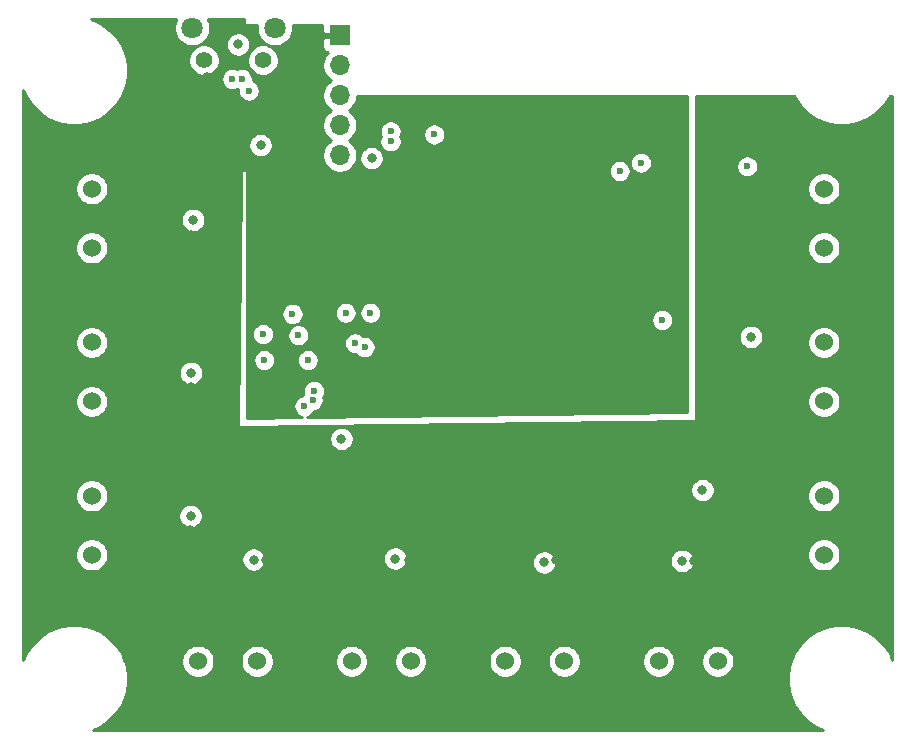
<source format=gbr>
%TF.GenerationSoftware,KiCad,Pcbnew,5.1.5+dfsg1-2build2*%
%TF.CreationDate,2020-08-24T22:09:22-06:00*%
%TF.ProjectId,twinkle-led-controller,7477696e-6b6c-4652-9d6c-65642d636f6e,rev?*%
%TF.SameCoordinates,Original*%
%TF.FileFunction,Copper,L2,Inr*%
%TF.FilePolarity,Positive*%
%FSLAX46Y46*%
G04 Gerber Fmt 4.6, Leading zero omitted, Abs format (unit mm)*
G04 Created by KiCad (PCBNEW 5.1.5+dfsg1-2build2) date 2020-08-24 22:09:22*
%MOMM*%
%LPD*%
G04 APERTURE LIST*
%TA.AperFunction,ViaPad*%
%ADD10C,1.524000*%
%TD*%
%TA.AperFunction,ViaPad*%
%ADD11O,1.700000X1.700000*%
%TD*%
%TA.AperFunction,ViaPad*%
%ADD12R,1.700000X1.700000*%
%TD*%
%TA.AperFunction,ViaPad*%
%ADD13C,1.800000*%
%TD*%
%TA.AperFunction,ViaPad*%
%ADD14C,1.408000*%
%TD*%
%TA.AperFunction,ViaPad*%
%ADD15C,0.600000*%
%TD*%
%TA.AperFunction,ViaPad*%
%ADD16C,0.800000*%
%TD*%
%TA.AperFunction,Conductor*%
%ADD17C,0.254000*%
%TD*%
G04 APERTURE END LIST*
D10*
%TO.N,Net-(J12-Pad2)*%
%TO.C,J12*%
X182000000Y-72000000D03*
%TO.N,Net-(J12-Pad1)*%
X182000000Y-67000000D03*
%TD*%
%TO.N,Net-(J11-Pad2)*%
%TO.C,J11*%
X182000000Y-85000000D03*
%TO.N,Net-(J11-Pad1)*%
X182000000Y-80000000D03*
%TD*%
%TO.N,Net-(J10-Pad2)*%
%TO.C,J10*%
X182000000Y-98000000D03*
%TO.N,Net-(J10-Pad1)*%
X182000000Y-93000000D03*
%TD*%
%TO.N,Net-(J9-Pad2)*%
%TO.C,J9*%
X196000000Y-107000000D03*
%TO.N,Net-(J9-Pad1)*%
X191000000Y-107000000D03*
%TD*%
%TO.N,Net-(J8-Pad2)*%
%TO.C,J8*%
X209000000Y-107000000D03*
%TO.N,Net-(J8-Pad1)*%
X204000000Y-107000000D03*
%TD*%
%TO.N,Net-(J7-Pad2)*%
%TO.C,J7*%
X222000000Y-107000000D03*
%TO.N,Net-(J7-Pad1)*%
X217000000Y-107000000D03*
%TD*%
%TO.N,Net-(J6-Pad2)*%
%TO.C,J6*%
X235000000Y-107000000D03*
%TO.N,Net-(J6-Pad1)*%
X230000000Y-107000000D03*
%TD*%
%TO.N,Net-(J5-Pad2)*%
%TO.C,J5*%
X244000000Y-93000000D03*
%TO.N,Net-(J5-Pad1)*%
X244000000Y-98000000D03*
%TD*%
%TO.N,Net-(J4-Pad2)*%
%TO.C,J4*%
X244000000Y-80000000D03*
%TO.N,Net-(J4-Pad1)*%
X244000000Y-85000000D03*
%TD*%
%TO.N,Net-(J3-Pad2)*%
%TO.C,J3*%
X244000000Y-67000000D03*
%TO.N,Net-(J3-Pad1)*%
X244000000Y-72000000D03*
%TD*%
D11*
%TO.N,+5V*%
%TO.C,J2*%
X203000000Y-64160000D03*
%TO.N,+3V3*%
X203000000Y-61620000D03*
%TO.N,/AUX1*%
X203000000Y-59080000D03*
%TO.N,/AUX0*%
X203000000Y-56540000D03*
D12*
%TO.N,GND*%
X203000000Y-54000000D03*
%TD*%
D13*
%TO.N,N/C*%
%TO.C,J1*%
X190500000Y-53400000D03*
X197500000Y-53400000D03*
D14*
X191500000Y-56100000D03*
X196500000Y-56100000D03*
%TD*%
D15*
%TO.N,+5V*%
X237500000Y-65100000D03*
D16*
X194400000Y-54775002D03*
X233700000Y-92500000D03*
X237813251Y-79530002D03*
X232000000Y-98500000D03*
X220301426Y-98625107D03*
X207700000Y-98300000D03*
X190375002Y-94700000D03*
X195700000Y-98400000D03*
X190393857Y-82586177D03*
X190597396Y-69620000D03*
X203133446Y-88175213D03*
D15*
%TO.N,GND*%
X236500000Y-65130002D03*
D16*
X237500000Y-62969998D03*
X228800000Y-59700000D03*
X210600000Y-59900000D03*
X206665000Y-69485000D03*
D15*
X223100000Y-83500000D03*
D16*
X207447135Y-64325010D03*
X196800000Y-98400000D03*
X233900000Y-91100000D03*
X235300000Y-78000000D03*
X233000000Y-98500000D03*
X221300000Y-98400000D03*
X208900000Y-98400000D03*
X190354346Y-95913881D03*
X190400000Y-70900000D03*
X216300000Y-75500000D03*
X221000000Y-70700000D03*
X190394792Y-83815568D03*
X191800000Y-57500000D03*
D15*
X198900000Y-83374990D03*
D16*
%TO.N,+3V3*%
X205700000Y-64400000D03*
D15*
X203500000Y-77500000D03*
X200000000Y-85400000D03*
%TO.N,/EN*%
X211000000Y-62400000D03*
X205600000Y-77500000D03*
D16*
X196300000Y-63300000D03*
D15*
%TO.N,/USB_D+*%
X193900000Y-57700000D03*
X195300000Y-58700000D03*
X200813138Y-84108028D03*
%TO.N,/USB_D-*%
X194700000Y-57700000D03*
X200700000Y-84900000D03*
%TO.N,/AUX1*%
X207300000Y-62974990D03*
%TO.N,/AUX0*%
X207304977Y-62142774D03*
%TO.N,/USB_RTS*%
X199500000Y-79400000D03*
X200300000Y-81500000D03*
%TO.N,/IO0*%
X230300000Y-78100000D03*
X199000000Y-77600000D03*
%TO.N,Net-(Q2-Pad1)*%
X196500000Y-79300000D03*
X196600000Y-81500000D03*
%TO.N,/USB_TX*%
X228500000Y-64800000D03*
X204300000Y-80075010D03*
%TO.N,/USB_RX*%
X226700000Y-65500000D03*
X205100000Y-80400000D03*
%TD*%
D17*
%TO.N,GND*%
G36*
X201684010Y-57243411D02*
G01*
X201846525Y-57486632D01*
X202053368Y-57693475D01*
X202227760Y-57810000D01*
X202053368Y-57926525D01*
X201846525Y-58133368D01*
X201684010Y-58376589D01*
X201627000Y-58514224D01*
X201627000Y-57105776D01*
X201684010Y-57243411D01*
G37*
X201684010Y-57243411D02*
X201846525Y-57486632D01*
X202053368Y-57693475D01*
X202227760Y-57810000D01*
X202053368Y-57926525D01*
X201846525Y-58133368D01*
X201684010Y-58376589D01*
X201627000Y-58514224D01*
X201627000Y-57105776D01*
X201684010Y-57243411D01*
G36*
X201698815Y-55301185D02*
G01*
X201795506Y-55380537D01*
X201905820Y-55439502D01*
X201978380Y-55461513D01*
X201846525Y-55593368D01*
X201684010Y-55836589D01*
X201627000Y-55974224D01*
X201627000Y-55213678D01*
X201698815Y-55301185D01*
G37*
X201698815Y-55301185D02*
X201795506Y-55380537D01*
X201905820Y-55439502D01*
X201978380Y-55461513D01*
X201846525Y-55593368D01*
X201684010Y-55836589D01*
X201627000Y-55974224D01*
X201627000Y-55213678D01*
X201698815Y-55301185D01*
G36*
X201627000Y-54173750D02*
G01*
X201627000Y-54127002D01*
X201673748Y-54127002D01*
X201627000Y-54173750D01*
G37*
X201627000Y-54173750D02*
X201627000Y-54127002D01*
X201673748Y-54127002D01*
X201627000Y-54173750D01*
G36*
X203127000Y-53873000D02*
G01*
X203147000Y-53873000D01*
X203147000Y-54127000D01*
X203127000Y-54127000D01*
X203127000Y-54147000D01*
X202873000Y-54147000D01*
X202873000Y-54127000D01*
X202853000Y-54127000D01*
X202853000Y-53873000D01*
X202873000Y-53873000D01*
X202873000Y-53853000D01*
X203127000Y-53853000D01*
X203127000Y-53873000D01*
G37*
X203127000Y-53873000D02*
X203147000Y-53873000D01*
X203147000Y-54127000D01*
X203127000Y-54127000D01*
X203127000Y-54147000D01*
X202873000Y-54147000D01*
X202873000Y-54127000D01*
X202853000Y-54127000D01*
X202853000Y-53873000D01*
X202873000Y-53873000D01*
X202873000Y-53853000D01*
X203127000Y-53853000D01*
X203127000Y-53873000D01*
G36*
X201673748Y-53872998D02*
G01*
X201627000Y-53872998D01*
X201627000Y-53826250D01*
X201673748Y-53872998D01*
G37*
X201673748Y-53872998D02*
X201627000Y-53872998D01*
X201627000Y-53826250D01*
X201673748Y-53872998D01*
G36*
X189139701Y-52672905D02*
G01*
X189023989Y-52952257D01*
X188965000Y-53248816D01*
X188965000Y-53551184D01*
X189023989Y-53847743D01*
X189139701Y-54127095D01*
X189307688Y-54378505D01*
X189521495Y-54592312D01*
X189772905Y-54760299D01*
X190052257Y-54876011D01*
X190348816Y-54935000D01*
X190651184Y-54935000D01*
X190947743Y-54876011D01*
X191227095Y-54760299D01*
X191478505Y-54592312D01*
X191692312Y-54378505D01*
X191860299Y-54127095D01*
X191976011Y-53847743D01*
X192035000Y-53551184D01*
X192035000Y-53248816D01*
X191976011Y-52952257D01*
X191860299Y-52672905D01*
X191851676Y-52660000D01*
X194863559Y-52660000D01*
X194846705Y-53839757D01*
X194701898Y-53779776D01*
X194501939Y-53740002D01*
X194298061Y-53740002D01*
X194098102Y-53779776D01*
X193909744Y-53857797D01*
X193740226Y-53971065D01*
X193596063Y-54115228D01*
X193482795Y-54284746D01*
X193404774Y-54473104D01*
X193365000Y-54673063D01*
X193365000Y-54876941D01*
X193404774Y-55076900D01*
X193482795Y-55265258D01*
X193596063Y-55434776D01*
X193740226Y-55578939D01*
X193909744Y-55692207D01*
X194098102Y-55770228D01*
X194298061Y-55810002D01*
X194501939Y-55810002D01*
X194701898Y-55770228D01*
X194819825Y-55721381D01*
X194804879Y-56767544D01*
X194792089Y-56765000D01*
X194607911Y-56765000D01*
X194427271Y-56800932D01*
X194300000Y-56853649D01*
X194172729Y-56800932D01*
X193992089Y-56765000D01*
X193807911Y-56765000D01*
X193627271Y-56800932D01*
X193457111Y-56871414D01*
X193303972Y-56973738D01*
X193173738Y-57103972D01*
X193071414Y-57257111D01*
X193000932Y-57427271D01*
X192965000Y-57607911D01*
X192965000Y-57792089D01*
X193000932Y-57972729D01*
X193071414Y-58142889D01*
X193173738Y-58296028D01*
X193303972Y-58426262D01*
X193457111Y-58528586D01*
X193627271Y-58599068D01*
X193807911Y-58635000D01*
X193992089Y-58635000D01*
X194172729Y-58599068D01*
X194300000Y-58546351D01*
X194371365Y-58575911D01*
X194365000Y-58607911D01*
X194365000Y-58792089D01*
X194400932Y-58972729D01*
X194471414Y-59142889D01*
X194573738Y-59296028D01*
X194703972Y-59426262D01*
X194766303Y-59467910D01*
X194373013Y-86998186D01*
X194375099Y-87022995D01*
X194381985Y-87046920D01*
X194393406Y-87069042D01*
X194408924Y-87088511D01*
X194427941Y-87104578D01*
X194449728Y-87116627D01*
X194473447Y-87124193D01*
X194501649Y-87126989D01*
X233001649Y-86626989D01*
X233026392Y-86624227D01*
X233050120Y-86616692D01*
X233071923Y-86604671D01*
X233090961Y-86588629D01*
X233106504Y-86569180D01*
X233117954Y-86547073D01*
X233124871Y-86523157D01*
X233127000Y-86500000D01*
X233127000Y-84862408D01*
X242603000Y-84862408D01*
X242603000Y-85137592D01*
X242656686Y-85407490D01*
X242761995Y-85661727D01*
X242914880Y-85890535D01*
X243109465Y-86085120D01*
X243338273Y-86238005D01*
X243592510Y-86343314D01*
X243862408Y-86397000D01*
X244137592Y-86397000D01*
X244407490Y-86343314D01*
X244661727Y-86238005D01*
X244890535Y-86085120D01*
X245085120Y-85890535D01*
X245238005Y-85661727D01*
X245343314Y-85407490D01*
X245397000Y-85137592D01*
X245397000Y-84862408D01*
X245343314Y-84592510D01*
X245238005Y-84338273D01*
X245085120Y-84109465D01*
X244890535Y-83914880D01*
X244661727Y-83761995D01*
X244407490Y-83656686D01*
X244137592Y-83603000D01*
X243862408Y-83603000D01*
X243592510Y-83656686D01*
X243338273Y-83761995D01*
X243109465Y-83914880D01*
X242914880Y-84109465D01*
X242761995Y-84338273D01*
X242656686Y-84592510D01*
X242603000Y-84862408D01*
X233127000Y-84862408D01*
X233127000Y-79428063D01*
X236778251Y-79428063D01*
X236778251Y-79631941D01*
X236818025Y-79831900D01*
X236896046Y-80020258D01*
X237009314Y-80189776D01*
X237153477Y-80333939D01*
X237322995Y-80447207D01*
X237511353Y-80525228D01*
X237711312Y-80565002D01*
X237915190Y-80565002D01*
X238115149Y-80525228D01*
X238303507Y-80447207D01*
X238473025Y-80333939D01*
X238617188Y-80189776D01*
X238730456Y-80020258D01*
X238795840Y-79862408D01*
X242603000Y-79862408D01*
X242603000Y-80137592D01*
X242656686Y-80407490D01*
X242761995Y-80661727D01*
X242914880Y-80890535D01*
X243109465Y-81085120D01*
X243338273Y-81238005D01*
X243592510Y-81343314D01*
X243862408Y-81397000D01*
X244137592Y-81397000D01*
X244407490Y-81343314D01*
X244661727Y-81238005D01*
X244890535Y-81085120D01*
X245085120Y-80890535D01*
X245238005Y-80661727D01*
X245343314Y-80407490D01*
X245397000Y-80137592D01*
X245397000Y-79862408D01*
X245343314Y-79592510D01*
X245238005Y-79338273D01*
X245085120Y-79109465D01*
X244890535Y-78914880D01*
X244661727Y-78761995D01*
X244407490Y-78656686D01*
X244137592Y-78603000D01*
X243862408Y-78603000D01*
X243592510Y-78656686D01*
X243338273Y-78761995D01*
X243109465Y-78914880D01*
X242914880Y-79109465D01*
X242761995Y-79338273D01*
X242656686Y-79592510D01*
X242603000Y-79862408D01*
X238795840Y-79862408D01*
X238808477Y-79831900D01*
X238848251Y-79631941D01*
X238848251Y-79428063D01*
X238808477Y-79228104D01*
X238730456Y-79039746D01*
X238617188Y-78870228D01*
X238473025Y-78726065D01*
X238303507Y-78612797D01*
X238115149Y-78534776D01*
X237915190Y-78495002D01*
X237711312Y-78495002D01*
X237511353Y-78534776D01*
X237322995Y-78612797D01*
X237153477Y-78726065D01*
X237009314Y-78870228D01*
X236896046Y-79039746D01*
X236818025Y-79228104D01*
X236778251Y-79428063D01*
X233127000Y-79428063D01*
X233127000Y-71862408D01*
X242603000Y-71862408D01*
X242603000Y-72137592D01*
X242656686Y-72407490D01*
X242761995Y-72661727D01*
X242914880Y-72890535D01*
X243109465Y-73085120D01*
X243338273Y-73238005D01*
X243592510Y-73343314D01*
X243862408Y-73397000D01*
X244137592Y-73397000D01*
X244407490Y-73343314D01*
X244661727Y-73238005D01*
X244890535Y-73085120D01*
X245085120Y-72890535D01*
X245238005Y-72661727D01*
X245343314Y-72407490D01*
X245397000Y-72137592D01*
X245397000Y-71862408D01*
X245343314Y-71592510D01*
X245238005Y-71338273D01*
X245085120Y-71109465D01*
X244890535Y-70914880D01*
X244661727Y-70761995D01*
X244407490Y-70656686D01*
X244137592Y-70603000D01*
X243862408Y-70603000D01*
X243592510Y-70656686D01*
X243338273Y-70761995D01*
X243109465Y-70914880D01*
X242914880Y-71109465D01*
X242761995Y-71338273D01*
X242656686Y-71592510D01*
X242603000Y-71862408D01*
X233127000Y-71862408D01*
X233127000Y-66862408D01*
X242603000Y-66862408D01*
X242603000Y-67137592D01*
X242656686Y-67407490D01*
X242761995Y-67661727D01*
X242914880Y-67890535D01*
X243109465Y-68085120D01*
X243338273Y-68238005D01*
X243592510Y-68343314D01*
X243862408Y-68397000D01*
X244137592Y-68397000D01*
X244407490Y-68343314D01*
X244661727Y-68238005D01*
X244890535Y-68085120D01*
X245085120Y-67890535D01*
X245238005Y-67661727D01*
X245343314Y-67407490D01*
X245397000Y-67137592D01*
X245397000Y-66862408D01*
X245343314Y-66592510D01*
X245238005Y-66338273D01*
X245085120Y-66109465D01*
X244890535Y-65914880D01*
X244661727Y-65761995D01*
X244407490Y-65656686D01*
X244137592Y-65603000D01*
X243862408Y-65603000D01*
X243592510Y-65656686D01*
X243338273Y-65761995D01*
X243109465Y-65914880D01*
X242914880Y-66109465D01*
X242761995Y-66338273D01*
X242656686Y-66592510D01*
X242603000Y-66862408D01*
X233127000Y-66862408D01*
X233127000Y-65007911D01*
X236565000Y-65007911D01*
X236565000Y-65192089D01*
X236600932Y-65372729D01*
X236671414Y-65542889D01*
X236773738Y-65696028D01*
X236903972Y-65826262D01*
X237057111Y-65928586D01*
X237227271Y-65999068D01*
X237407911Y-66035000D01*
X237592089Y-66035000D01*
X237772729Y-65999068D01*
X237942889Y-65928586D01*
X238096028Y-65826262D01*
X238226262Y-65696028D01*
X238328586Y-65542889D01*
X238399068Y-65372729D01*
X238435000Y-65192089D01*
X238435000Y-65007911D01*
X238399068Y-64827271D01*
X238328586Y-64657111D01*
X238226262Y-64503972D01*
X238096028Y-64373738D01*
X237942889Y-64271414D01*
X237772729Y-64200932D01*
X237592089Y-64165000D01*
X237407911Y-64165000D01*
X237227271Y-64200932D01*
X237057111Y-64271414D01*
X236903972Y-64373738D01*
X236773738Y-64503972D01*
X236671414Y-64657111D01*
X236600932Y-64827271D01*
X236565000Y-65007911D01*
X233127000Y-65007911D01*
X233127000Y-59160000D01*
X235532419Y-59160000D01*
X235560674Y-59157217D01*
X235566801Y-59157260D01*
X235575972Y-59156360D01*
X235770069Y-59135959D01*
X235813712Y-59127000D01*
X241426923Y-59127000D01*
X241443915Y-59168022D01*
X241944812Y-59917667D01*
X242582333Y-60555188D01*
X243331978Y-61056085D01*
X244164938Y-61401108D01*
X245049205Y-61577000D01*
X245950795Y-61577000D01*
X246835062Y-61401108D01*
X247668022Y-61056085D01*
X248417667Y-60555188D01*
X249055188Y-59917667D01*
X249556085Y-59168022D01*
X249573077Y-59127000D01*
X249790001Y-59127000D01*
X249790000Y-106896699D01*
X249556085Y-106331978D01*
X249055188Y-105582333D01*
X248417667Y-104944812D01*
X247668022Y-104443915D01*
X246835062Y-104098892D01*
X245950795Y-103923000D01*
X245049205Y-103923000D01*
X244164938Y-104098892D01*
X243331978Y-104443915D01*
X242582333Y-104944812D01*
X241944812Y-105582333D01*
X241443915Y-106331978D01*
X241098892Y-107164938D01*
X240923000Y-108049205D01*
X240923000Y-108950795D01*
X241098892Y-109835062D01*
X241443915Y-110668022D01*
X241944812Y-111417667D01*
X242582333Y-112055188D01*
X243331978Y-112556085D01*
X243896699Y-112790000D01*
X182103301Y-112790000D01*
X182668022Y-112556085D01*
X183417667Y-112055188D01*
X184055188Y-111417667D01*
X184556085Y-110668022D01*
X184901108Y-109835062D01*
X185077000Y-108950795D01*
X185077000Y-108049205D01*
X184901108Y-107164938D01*
X184775797Y-106862408D01*
X189603000Y-106862408D01*
X189603000Y-107137592D01*
X189656686Y-107407490D01*
X189761995Y-107661727D01*
X189914880Y-107890535D01*
X190109465Y-108085120D01*
X190338273Y-108238005D01*
X190592510Y-108343314D01*
X190862408Y-108397000D01*
X191137592Y-108397000D01*
X191407490Y-108343314D01*
X191661727Y-108238005D01*
X191890535Y-108085120D01*
X192085120Y-107890535D01*
X192238005Y-107661727D01*
X192343314Y-107407490D01*
X192397000Y-107137592D01*
X192397000Y-106862408D01*
X194603000Y-106862408D01*
X194603000Y-107137592D01*
X194656686Y-107407490D01*
X194761995Y-107661727D01*
X194914880Y-107890535D01*
X195109465Y-108085120D01*
X195338273Y-108238005D01*
X195592510Y-108343314D01*
X195862408Y-108397000D01*
X196137592Y-108397000D01*
X196407490Y-108343314D01*
X196661727Y-108238005D01*
X196890535Y-108085120D01*
X197085120Y-107890535D01*
X197238005Y-107661727D01*
X197343314Y-107407490D01*
X197397000Y-107137592D01*
X197397000Y-106862408D01*
X202603000Y-106862408D01*
X202603000Y-107137592D01*
X202656686Y-107407490D01*
X202761995Y-107661727D01*
X202914880Y-107890535D01*
X203109465Y-108085120D01*
X203338273Y-108238005D01*
X203592510Y-108343314D01*
X203862408Y-108397000D01*
X204137592Y-108397000D01*
X204407490Y-108343314D01*
X204661727Y-108238005D01*
X204890535Y-108085120D01*
X205085120Y-107890535D01*
X205238005Y-107661727D01*
X205343314Y-107407490D01*
X205397000Y-107137592D01*
X205397000Y-106862408D01*
X207603000Y-106862408D01*
X207603000Y-107137592D01*
X207656686Y-107407490D01*
X207761995Y-107661727D01*
X207914880Y-107890535D01*
X208109465Y-108085120D01*
X208338273Y-108238005D01*
X208592510Y-108343314D01*
X208862408Y-108397000D01*
X209137592Y-108397000D01*
X209407490Y-108343314D01*
X209661727Y-108238005D01*
X209890535Y-108085120D01*
X210085120Y-107890535D01*
X210238005Y-107661727D01*
X210343314Y-107407490D01*
X210397000Y-107137592D01*
X210397000Y-106862408D01*
X215603000Y-106862408D01*
X215603000Y-107137592D01*
X215656686Y-107407490D01*
X215761995Y-107661727D01*
X215914880Y-107890535D01*
X216109465Y-108085120D01*
X216338273Y-108238005D01*
X216592510Y-108343314D01*
X216862408Y-108397000D01*
X217137592Y-108397000D01*
X217407490Y-108343314D01*
X217661727Y-108238005D01*
X217890535Y-108085120D01*
X218085120Y-107890535D01*
X218238005Y-107661727D01*
X218343314Y-107407490D01*
X218397000Y-107137592D01*
X218397000Y-106862408D01*
X220603000Y-106862408D01*
X220603000Y-107137592D01*
X220656686Y-107407490D01*
X220761995Y-107661727D01*
X220914880Y-107890535D01*
X221109465Y-108085120D01*
X221338273Y-108238005D01*
X221592510Y-108343314D01*
X221862408Y-108397000D01*
X222137592Y-108397000D01*
X222407490Y-108343314D01*
X222661727Y-108238005D01*
X222890535Y-108085120D01*
X223085120Y-107890535D01*
X223238005Y-107661727D01*
X223343314Y-107407490D01*
X223397000Y-107137592D01*
X223397000Y-106862408D01*
X228603000Y-106862408D01*
X228603000Y-107137592D01*
X228656686Y-107407490D01*
X228761995Y-107661727D01*
X228914880Y-107890535D01*
X229109465Y-108085120D01*
X229338273Y-108238005D01*
X229592510Y-108343314D01*
X229862408Y-108397000D01*
X230137592Y-108397000D01*
X230407490Y-108343314D01*
X230661727Y-108238005D01*
X230890535Y-108085120D01*
X231085120Y-107890535D01*
X231238005Y-107661727D01*
X231343314Y-107407490D01*
X231397000Y-107137592D01*
X231397000Y-106862408D01*
X233603000Y-106862408D01*
X233603000Y-107137592D01*
X233656686Y-107407490D01*
X233761995Y-107661727D01*
X233914880Y-107890535D01*
X234109465Y-108085120D01*
X234338273Y-108238005D01*
X234592510Y-108343314D01*
X234862408Y-108397000D01*
X235137592Y-108397000D01*
X235407490Y-108343314D01*
X235661727Y-108238005D01*
X235890535Y-108085120D01*
X236085120Y-107890535D01*
X236238005Y-107661727D01*
X236343314Y-107407490D01*
X236397000Y-107137592D01*
X236397000Y-106862408D01*
X236343314Y-106592510D01*
X236238005Y-106338273D01*
X236085120Y-106109465D01*
X235890535Y-105914880D01*
X235661727Y-105761995D01*
X235407490Y-105656686D01*
X235137592Y-105603000D01*
X234862408Y-105603000D01*
X234592510Y-105656686D01*
X234338273Y-105761995D01*
X234109465Y-105914880D01*
X233914880Y-106109465D01*
X233761995Y-106338273D01*
X233656686Y-106592510D01*
X233603000Y-106862408D01*
X231397000Y-106862408D01*
X231343314Y-106592510D01*
X231238005Y-106338273D01*
X231085120Y-106109465D01*
X230890535Y-105914880D01*
X230661727Y-105761995D01*
X230407490Y-105656686D01*
X230137592Y-105603000D01*
X229862408Y-105603000D01*
X229592510Y-105656686D01*
X229338273Y-105761995D01*
X229109465Y-105914880D01*
X228914880Y-106109465D01*
X228761995Y-106338273D01*
X228656686Y-106592510D01*
X228603000Y-106862408D01*
X223397000Y-106862408D01*
X223343314Y-106592510D01*
X223238005Y-106338273D01*
X223085120Y-106109465D01*
X222890535Y-105914880D01*
X222661727Y-105761995D01*
X222407490Y-105656686D01*
X222137592Y-105603000D01*
X221862408Y-105603000D01*
X221592510Y-105656686D01*
X221338273Y-105761995D01*
X221109465Y-105914880D01*
X220914880Y-106109465D01*
X220761995Y-106338273D01*
X220656686Y-106592510D01*
X220603000Y-106862408D01*
X218397000Y-106862408D01*
X218343314Y-106592510D01*
X218238005Y-106338273D01*
X218085120Y-106109465D01*
X217890535Y-105914880D01*
X217661727Y-105761995D01*
X217407490Y-105656686D01*
X217137592Y-105603000D01*
X216862408Y-105603000D01*
X216592510Y-105656686D01*
X216338273Y-105761995D01*
X216109465Y-105914880D01*
X215914880Y-106109465D01*
X215761995Y-106338273D01*
X215656686Y-106592510D01*
X215603000Y-106862408D01*
X210397000Y-106862408D01*
X210343314Y-106592510D01*
X210238005Y-106338273D01*
X210085120Y-106109465D01*
X209890535Y-105914880D01*
X209661727Y-105761995D01*
X209407490Y-105656686D01*
X209137592Y-105603000D01*
X208862408Y-105603000D01*
X208592510Y-105656686D01*
X208338273Y-105761995D01*
X208109465Y-105914880D01*
X207914880Y-106109465D01*
X207761995Y-106338273D01*
X207656686Y-106592510D01*
X207603000Y-106862408D01*
X205397000Y-106862408D01*
X205343314Y-106592510D01*
X205238005Y-106338273D01*
X205085120Y-106109465D01*
X204890535Y-105914880D01*
X204661727Y-105761995D01*
X204407490Y-105656686D01*
X204137592Y-105603000D01*
X203862408Y-105603000D01*
X203592510Y-105656686D01*
X203338273Y-105761995D01*
X203109465Y-105914880D01*
X202914880Y-106109465D01*
X202761995Y-106338273D01*
X202656686Y-106592510D01*
X202603000Y-106862408D01*
X197397000Y-106862408D01*
X197343314Y-106592510D01*
X197238005Y-106338273D01*
X197085120Y-106109465D01*
X196890535Y-105914880D01*
X196661727Y-105761995D01*
X196407490Y-105656686D01*
X196137592Y-105603000D01*
X195862408Y-105603000D01*
X195592510Y-105656686D01*
X195338273Y-105761995D01*
X195109465Y-105914880D01*
X194914880Y-106109465D01*
X194761995Y-106338273D01*
X194656686Y-106592510D01*
X194603000Y-106862408D01*
X192397000Y-106862408D01*
X192343314Y-106592510D01*
X192238005Y-106338273D01*
X192085120Y-106109465D01*
X191890535Y-105914880D01*
X191661727Y-105761995D01*
X191407490Y-105656686D01*
X191137592Y-105603000D01*
X190862408Y-105603000D01*
X190592510Y-105656686D01*
X190338273Y-105761995D01*
X190109465Y-105914880D01*
X189914880Y-106109465D01*
X189761995Y-106338273D01*
X189656686Y-106592510D01*
X189603000Y-106862408D01*
X184775797Y-106862408D01*
X184556085Y-106331978D01*
X184055188Y-105582333D01*
X183417667Y-104944812D01*
X182668022Y-104443915D01*
X181835062Y-104098892D01*
X180950795Y-103923000D01*
X180049205Y-103923000D01*
X179164938Y-104098892D01*
X178331978Y-104443915D01*
X177582333Y-104944812D01*
X176944812Y-105582333D01*
X176443915Y-106331978D01*
X176210000Y-106896699D01*
X176210000Y-97862408D01*
X180603000Y-97862408D01*
X180603000Y-98137592D01*
X180656686Y-98407490D01*
X180761995Y-98661727D01*
X180914880Y-98890535D01*
X181109465Y-99085120D01*
X181338273Y-99238005D01*
X181592510Y-99343314D01*
X181862408Y-99397000D01*
X182137592Y-99397000D01*
X182407490Y-99343314D01*
X182661727Y-99238005D01*
X182890535Y-99085120D01*
X183085120Y-98890535D01*
X183238005Y-98661727D01*
X183343314Y-98407490D01*
X183365080Y-98298061D01*
X194665000Y-98298061D01*
X194665000Y-98501939D01*
X194704774Y-98701898D01*
X194782795Y-98890256D01*
X194896063Y-99059774D01*
X195040226Y-99203937D01*
X195209744Y-99317205D01*
X195398102Y-99395226D01*
X195598061Y-99435000D01*
X195801939Y-99435000D01*
X196001898Y-99395226D01*
X196190256Y-99317205D01*
X196359774Y-99203937D01*
X196503937Y-99059774D01*
X196617205Y-98890256D01*
X196695226Y-98701898D01*
X196735000Y-98501939D01*
X196735000Y-98298061D01*
X196715109Y-98198061D01*
X206665000Y-98198061D01*
X206665000Y-98401939D01*
X206704774Y-98601898D01*
X206782795Y-98790256D01*
X206896063Y-98959774D01*
X207040226Y-99103937D01*
X207209744Y-99217205D01*
X207398102Y-99295226D01*
X207598061Y-99335000D01*
X207801939Y-99335000D01*
X208001898Y-99295226D01*
X208190256Y-99217205D01*
X208359774Y-99103937D01*
X208503937Y-98959774D01*
X208617205Y-98790256D01*
X208695226Y-98601898D01*
X208710886Y-98523168D01*
X219266426Y-98523168D01*
X219266426Y-98727046D01*
X219306200Y-98927005D01*
X219384221Y-99115363D01*
X219497489Y-99284881D01*
X219641652Y-99429044D01*
X219811170Y-99542312D01*
X219999528Y-99620333D01*
X220199487Y-99660107D01*
X220403365Y-99660107D01*
X220603324Y-99620333D01*
X220791682Y-99542312D01*
X220961200Y-99429044D01*
X221105363Y-99284881D01*
X221218631Y-99115363D01*
X221296652Y-98927005D01*
X221336426Y-98727046D01*
X221336426Y-98523168D01*
X221311541Y-98398061D01*
X230965000Y-98398061D01*
X230965000Y-98601939D01*
X231004774Y-98801898D01*
X231082795Y-98990256D01*
X231196063Y-99159774D01*
X231340226Y-99303937D01*
X231509744Y-99417205D01*
X231698102Y-99495226D01*
X231898061Y-99535000D01*
X232101939Y-99535000D01*
X232301898Y-99495226D01*
X232490256Y-99417205D01*
X232659774Y-99303937D01*
X232803937Y-99159774D01*
X232917205Y-98990256D01*
X232995226Y-98801898D01*
X233035000Y-98601939D01*
X233035000Y-98398061D01*
X232995226Y-98198102D01*
X232917205Y-98009744D01*
X232818759Y-97862408D01*
X242603000Y-97862408D01*
X242603000Y-98137592D01*
X242656686Y-98407490D01*
X242761995Y-98661727D01*
X242914880Y-98890535D01*
X243109465Y-99085120D01*
X243338273Y-99238005D01*
X243592510Y-99343314D01*
X243862408Y-99397000D01*
X244137592Y-99397000D01*
X244407490Y-99343314D01*
X244661727Y-99238005D01*
X244890535Y-99085120D01*
X245085120Y-98890535D01*
X245238005Y-98661727D01*
X245343314Y-98407490D01*
X245397000Y-98137592D01*
X245397000Y-97862408D01*
X245343314Y-97592510D01*
X245238005Y-97338273D01*
X245085120Y-97109465D01*
X244890535Y-96914880D01*
X244661727Y-96761995D01*
X244407490Y-96656686D01*
X244137592Y-96603000D01*
X243862408Y-96603000D01*
X243592510Y-96656686D01*
X243338273Y-96761995D01*
X243109465Y-96914880D01*
X242914880Y-97109465D01*
X242761995Y-97338273D01*
X242656686Y-97592510D01*
X242603000Y-97862408D01*
X232818759Y-97862408D01*
X232803937Y-97840226D01*
X232659774Y-97696063D01*
X232490256Y-97582795D01*
X232301898Y-97504774D01*
X232101939Y-97465000D01*
X231898061Y-97465000D01*
X231698102Y-97504774D01*
X231509744Y-97582795D01*
X231340226Y-97696063D01*
X231196063Y-97840226D01*
X231082795Y-98009744D01*
X231004774Y-98198102D01*
X230965000Y-98398061D01*
X221311541Y-98398061D01*
X221296652Y-98323209D01*
X221218631Y-98134851D01*
X221105363Y-97965333D01*
X220961200Y-97821170D01*
X220791682Y-97707902D01*
X220603324Y-97629881D01*
X220403365Y-97590107D01*
X220199487Y-97590107D01*
X219999528Y-97629881D01*
X219811170Y-97707902D01*
X219641652Y-97821170D01*
X219497489Y-97965333D01*
X219384221Y-98134851D01*
X219306200Y-98323209D01*
X219266426Y-98523168D01*
X208710886Y-98523168D01*
X208735000Y-98401939D01*
X208735000Y-98198061D01*
X208695226Y-97998102D01*
X208617205Y-97809744D01*
X208503937Y-97640226D01*
X208359774Y-97496063D01*
X208190256Y-97382795D01*
X208001898Y-97304774D01*
X207801939Y-97265000D01*
X207598061Y-97265000D01*
X207398102Y-97304774D01*
X207209744Y-97382795D01*
X207040226Y-97496063D01*
X206896063Y-97640226D01*
X206782795Y-97809744D01*
X206704774Y-97998102D01*
X206665000Y-98198061D01*
X196715109Y-98198061D01*
X196695226Y-98098102D01*
X196617205Y-97909744D01*
X196503937Y-97740226D01*
X196359774Y-97596063D01*
X196190256Y-97482795D01*
X196001898Y-97404774D01*
X195801939Y-97365000D01*
X195598061Y-97365000D01*
X195398102Y-97404774D01*
X195209744Y-97482795D01*
X195040226Y-97596063D01*
X194896063Y-97740226D01*
X194782795Y-97909744D01*
X194704774Y-98098102D01*
X194665000Y-98298061D01*
X183365080Y-98298061D01*
X183397000Y-98137592D01*
X183397000Y-97862408D01*
X183343314Y-97592510D01*
X183238005Y-97338273D01*
X183085120Y-97109465D01*
X182890535Y-96914880D01*
X182661727Y-96761995D01*
X182407490Y-96656686D01*
X182137592Y-96603000D01*
X181862408Y-96603000D01*
X181592510Y-96656686D01*
X181338273Y-96761995D01*
X181109465Y-96914880D01*
X180914880Y-97109465D01*
X180761995Y-97338273D01*
X180656686Y-97592510D01*
X180603000Y-97862408D01*
X176210000Y-97862408D01*
X176210000Y-94598061D01*
X189340002Y-94598061D01*
X189340002Y-94801939D01*
X189379776Y-95001898D01*
X189457797Y-95190256D01*
X189571065Y-95359774D01*
X189715228Y-95503937D01*
X189884746Y-95617205D01*
X190073104Y-95695226D01*
X190273063Y-95735000D01*
X190476941Y-95735000D01*
X190676900Y-95695226D01*
X190865258Y-95617205D01*
X191034776Y-95503937D01*
X191178939Y-95359774D01*
X191292207Y-95190256D01*
X191370228Y-95001898D01*
X191410002Y-94801939D01*
X191410002Y-94598061D01*
X191370228Y-94398102D01*
X191292207Y-94209744D01*
X191178939Y-94040226D01*
X191034776Y-93896063D01*
X190865258Y-93782795D01*
X190676900Y-93704774D01*
X190476941Y-93665000D01*
X190273063Y-93665000D01*
X190073104Y-93704774D01*
X189884746Y-93782795D01*
X189715228Y-93896063D01*
X189571065Y-94040226D01*
X189457797Y-94209744D01*
X189379776Y-94398102D01*
X189340002Y-94598061D01*
X176210000Y-94598061D01*
X176210000Y-92862408D01*
X180603000Y-92862408D01*
X180603000Y-93137592D01*
X180656686Y-93407490D01*
X180761995Y-93661727D01*
X180914880Y-93890535D01*
X181109465Y-94085120D01*
X181338273Y-94238005D01*
X181592510Y-94343314D01*
X181862408Y-94397000D01*
X182137592Y-94397000D01*
X182407490Y-94343314D01*
X182661727Y-94238005D01*
X182890535Y-94085120D01*
X183085120Y-93890535D01*
X183238005Y-93661727D01*
X183343314Y-93407490D01*
X183397000Y-93137592D01*
X183397000Y-92862408D01*
X183343314Y-92592510D01*
X183262771Y-92398061D01*
X232665000Y-92398061D01*
X232665000Y-92601939D01*
X232704774Y-92801898D01*
X232782795Y-92990256D01*
X232896063Y-93159774D01*
X233040226Y-93303937D01*
X233209744Y-93417205D01*
X233398102Y-93495226D01*
X233598061Y-93535000D01*
X233801939Y-93535000D01*
X234001898Y-93495226D01*
X234190256Y-93417205D01*
X234359774Y-93303937D01*
X234503937Y-93159774D01*
X234617205Y-92990256D01*
X234670161Y-92862408D01*
X242603000Y-92862408D01*
X242603000Y-93137592D01*
X242656686Y-93407490D01*
X242761995Y-93661727D01*
X242914880Y-93890535D01*
X243109465Y-94085120D01*
X243338273Y-94238005D01*
X243592510Y-94343314D01*
X243862408Y-94397000D01*
X244137592Y-94397000D01*
X244407490Y-94343314D01*
X244661727Y-94238005D01*
X244890535Y-94085120D01*
X245085120Y-93890535D01*
X245238005Y-93661727D01*
X245343314Y-93407490D01*
X245397000Y-93137592D01*
X245397000Y-92862408D01*
X245343314Y-92592510D01*
X245238005Y-92338273D01*
X245085120Y-92109465D01*
X244890535Y-91914880D01*
X244661727Y-91761995D01*
X244407490Y-91656686D01*
X244137592Y-91603000D01*
X243862408Y-91603000D01*
X243592510Y-91656686D01*
X243338273Y-91761995D01*
X243109465Y-91914880D01*
X242914880Y-92109465D01*
X242761995Y-92338273D01*
X242656686Y-92592510D01*
X242603000Y-92862408D01*
X234670161Y-92862408D01*
X234695226Y-92801898D01*
X234735000Y-92601939D01*
X234735000Y-92398061D01*
X234695226Y-92198102D01*
X234617205Y-92009744D01*
X234503937Y-91840226D01*
X234359774Y-91696063D01*
X234190256Y-91582795D01*
X234001898Y-91504774D01*
X233801939Y-91465000D01*
X233598061Y-91465000D01*
X233398102Y-91504774D01*
X233209744Y-91582795D01*
X233040226Y-91696063D01*
X232896063Y-91840226D01*
X232782795Y-92009744D01*
X232704774Y-92198102D01*
X232665000Y-92398061D01*
X183262771Y-92398061D01*
X183238005Y-92338273D01*
X183085120Y-92109465D01*
X182890535Y-91914880D01*
X182661727Y-91761995D01*
X182407490Y-91656686D01*
X182137592Y-91603000D01*
X181862408Y-91603000D01*
X181592510Y-91656686D01*
X181338273Y-91761995D01*
X181109465Y-91914880D01*
X180914880Y-92109465D01*
X180761995Y-92338273D01*
X180656686Y-92592510D01*
X180603000Y-92862408D01*
X176210000Y-92862408D01*
X176210000Y-88073274D01*
X202098446Y-88073274D01*
X202098446Y-88277152D01*
X202138220Y-88477111D01*
X202216241Y-88665469D01*
X202329509Y-88834987D01*
X202473672Y-88979150D01*
X202643190Y-89092418D01*
X202831548Y-89170439D01*
X203031507Y-89210213D01*
X203235385Y-89210213D01*
X203435344Y-89170439D01*
X203623702Y-89092418D01*
X203793220Y-88979150D01*
X203937383Y-88834987D01*
X204050651Y-88665469D01*
X204128672Y-88477111D01*
X204168446Y-88277152D01*
X204168446Y-88073274D01*
X204128672Y-87873315D01*
X204050651Y-87684957D01*
X203937383Y-87515439D01*
X203793220Y-87371276D01*
X203623702Y-87258008D01*
X203435344Y-87179987D01*
X203235385Y-87140213D01*
X203031507Y-87140213D01*
X202831548Y-87179987D01*
X202643190Y-87258008D01*
X202473672Y-87371276D01*
X202329509Y-87515439D01*
X202216241Y-87684957D01*
X202138220Y-87873315D01*
X202098446Y-88073274D01*
X176210000Y-88073274D01*
X176210000Y-84862408D01*
X180603000Y-84862408D01*
X180603000Y-85137592D01*
X180656686Y-85407490D01*
X180761995Y-85661727D01*
X180914880Y-85890535D01*
X181109465Y-86085120D01*
X181338273Y-86238005D01*
X181592510Y-86343314D01*
X181862408Y-86397000D01*
X182137592Y-86397000D01*
X182407490Y-86343314D01*
X182661727Y-86238005D01*
X182890535Y-86085120D01*
X183085120Y-85890535D01*
X183238005Y-85661727D01*
X183343314Y-85407490D01*
X183397000Y-85137592D01*
X183397000Y-84862408D01*
X183343314Y-84592510D01*
X183238005Y-84338273D01*
X183085120Y-84109465D01*
X182890535Y-83914880D01*
X182661727Y-83761995D01*
X182407490Y-83656686D01*
X182137592Y-83603000D01*
X181862408Y-83603000D01*
X181592510Y-83656686D01*
X181338273Y-83761995D01*
X181109465Y-83914880D01*
X180914880Y-84109465D01*
X180761995Y-84338273D01*
X180656686Y-84592510D01*
X180603000Y-84862408D01*
X176210000Y-84862408D01*
X176210000Y-82484238D01*
X189358857Y-82484238D01*
X189358857Y-82688116D01*
X189398631Y-82888075D01*
X189476652Y-83076433D01*
X189589920Y-83245951D01*
X189734083Y-83390114D01*
X189903601Y-83503382D01*
X190091959Y-83581403D01*
X190291918Y-83621177D01*
X190495796Y-83621177D01*
X190695755Y-83581403D01*
X190884113Y-83503382D01*
X191053631Y-83390114D01*
X191197794Y-83245951D01*
X191311062Y-83076433D01*
X191389083Y-82888075D01*
X191428857Y-82688116D01*
X191428857Y-82484238D01*
X191389083Y-82284279D01*
X191311062Y-82095921D01*
X191197794Y-81926403D01*
X191053631Y-81782240D01*
X190884113Y-81668972D01*
X190695755Y-81590951D01*
X190495796Y-81551177D01*
X190291918Y-81551177D01*
X190091959Y-81590951D01*
X189903601Y-81668972D01*
X189734083Y-81782240D01*
X189589920Y-81926403D01*
X189476652Y-82095921D01*
X189398631Y-82284279D01*
X189358857Y-82484238D01*
X176210000Y-82484238D01*
X176210000Y-79862408D01*
X180603000Y-79862408D01*
X180603000Y-80137592D01*
X180656686Y-80407490D01*
X180761995Y-80661727D01*
X180914880Y-80890535D01*
X181109465Y-81085120D01*
X181338273Y-81238005D01*
X181592510Y-81343314D01*
X181862408Y-81397000D01*
X182137592Y-81397000D01*
X182407490Y-81343314D01*
X182661727Y-81238005D01*
X182890535Y-81085120D01*
X183085120Y-80890535D01*
X183238005Y-80661727D01*
X183343314Y-80407490D01*
X183397000Y-80137592D01*
X183397000Y-79862408D01*
X183343314Y-79592510D01*
X183238005Y-79338273D01*
X183085120Y-79109465D01*
X182890535Y-78914880D01*
X182661727Y-78761995D01*
X182407490Y-78656686D01*
X182137592Y-78603000D01*
X181862408Y-78603000D01*
X181592510Y-78656686D01*
X181338273Y-78761995D01*
X181109465Y-78914880D01*
X180914880Y-79109465D01*
X180761995Y-79338273D01*
X180656686Y-79592510D01*
X180603000Y-79862408D01*
X176210000Y-79862408D01*
X176210000Y-71862408D01*
X180603000Y-71862408D01*
X180603000Y-72137592D01*
X180656686Y-72407490D01*
X180761995Y-72661727D01*
X180914880Y-72890535D01*
X181109465Y-73085120D01*
X181338273Y-73238005D01*
X181592510Y-73343314D01*
X181862408Y-73397000D01*
X182137592Y-73397000D01*
X182407490Y-73343314D01*
X182661727Y-73238005D01*
X182890535Y-73085120D01*
X183085120Y-72890535D01*
X183238005Y-72661727D01*
X183343314Y-72407490D01*
X183397000Y-72137592D01*
X183397000Y-71862408D01*
X183343314Y-71592510D01*
X183238005Y-71338273D01*
X183085120Y-71109465D01*
X182890535Y-70914880D01*
X182661727Y-70761995D01*
X182407490Y-70656686D01*
X182137592Y-70603000D01*
X181862408Y-70603000D01*
X181592510Y-70656686D01*
X181338273Y-70761995D01*
X181109465Y-70914880D01*
X180914880Y-71109465D01*
X180761995Y-71338273D01*
X180656686Y-71592510D01*
X180603000Y-71862408D01*
X176210000Y-71862408D01*
X176210000Y-69518061D01*
X189562396Y-69518061D01*
X189562396Y-69721939D01*
X189602170Y-69921898D01*
X189680191Y-70110256D01*
X189793459Y-70279774D01*
X189937622Y-70423937D01*
X190107140Y-70537205D01*
X190295498Y-70615226D01*
X190495457Y-70655000D01*
X190699335Y-70655000D01*
X190899294Y-70615226D01*
X191087652Y-70537205D01*
X191257170Y-70423937D01*
X191401333Y-70279774D01*
X191514601Y-70110256D01*
X191592622Y-69921898D01*
X191632396Y-69721939D01*
X191632396Y-69518061D01*
X191592622Y-69318102D01*
X191514601Y-69129744D01*
X191401333Y-68960226D01*
X191257170Y-68816063D01*
X191087652Y-68702795D01*
X190899294Y-68624774D01*
X190699335Y-68585000D01*
X190495457Y-68585000D01*
X190295498Y-68624774D01*
X190107140Y-68702795D01*
X189937622Y-68816063D01*
X189793459Y-68960226D01*
X189680191Y-69129744D01*
X189602170Y-69318102D01*
X189562396Y-69518061D01*
X176210000Y-69518061D01*
X176210000Y-66862408D01*
X180603000Y-66862408D01*
X180603000Y-67137592D01*
X180656686Y-67407490D01*
X180761995Y-67661727D01*
X180914880Y-67890535D01*
X181109465Y-68085120D01*
X181338273Y-68238005D01*
X181592510Y-68343314D01*
X181862408Y-68397000D01*
X182137592Y-68397000D01*
X182407490Y-68343314D01*
X182661727Y-68238005D01*
X182890535Y-68085120D01*
X183085120Y-67890535D01*
X183238005Y-67661727D01*
X183343314Y-67407490D01*
X183397000Y-67137592D01*
X183397000Y-66862408D01*
X183343314Y-66592510D01*
X183238005Y-66338273D01*
X183085120Y-66109465D01*
X182890535Y-65914880D01*
X182661727Y-65761995D01*
X182407490Y-65656686D01*
X182137592Y-65603000D01*
X181862408Y-65603000D01*
X181592510Y-65656686D01*
X181338273Y-65761995D01*
X181109465Y-65914880D01*
X180914880Y-66109465D01*
X180761995Y-66338273D01*
X180656686Y-66592510D01*
X180603000Y-66862408D01*
X176210000Y-66862408D01*
X176210000Y-58603301D01*
X176443915Y-59168022D01*
X176944812Y-59917667D01*
X177582333Y-60555188D01*
X178331978Y-61056085D01*
X179164938Y-61401108D01*
X180049205Y-61577000D01*
X180950795Y-61577000D01*
X181835062Y-61401108D01*
X182668022Y-61056085D01*
X183417667Y-60555188D01*
X184055188Y-59917667D01*
X184556085Y-59168022D01*
X184901108Y-58335062D01*
X185077000Y-57450795D01*
X185077000Y-56549205D01*
X184961415Y-55968120D01*
X190161000Y-55968120D01*
X190161000Y-56231880D01*
X190212457Y-56490572D01*
X190313393Y-56734254D01*
X190459931Y-56953563D01*
X190646437Y-57140069D01*
X190865746Y-57286607D01*
X191109428Y-57387543D01*
X191368120Y-57439000D01*
X191631880Y-57439000D01*
X191890572Y-57387543D01*
X192134254Y-57286607D01*
X192353563Y-57140069D01*
X192540069Y-56953563D01*
X192686607Y-56734254D01*
X192787543Y-56490572D01*
X192839000Y-56231880D01*
X192839000Y-55968120D01*
X192787543Y-55709428D01*
X192686607Y-55465746D01*
X192540069Y-55246437D01*
X192353563Y-55059931D01*
X192134254Y-54913393D01*
X191890572Y-54812457D01*
X191631880Y-54761000D01*
X191368120Y-54761000D01*
X191109428Y-54812457D01*
X190865746Y-54913393D01*
X190646437Y-55059931D01*
X190459931Y-55246437D01*
X190313393Y-55465746D01*
X190212457Y-55709428D01*
X190161000Y-55968120D01*
X184961415Y-55968120D01*
X184901108Y-55664938D01*
X184556085Y-54831978D01*
X184055188Y-54082333D01*
X183417667Y-53444812D01*
X182668022Y-52943915D01*
X181982590Y-52660000D01*
X189148324Y-52660000D01*
X189139701Y-52672905D01*
G37*
X189139701Y-52672905D02*
X189023989Y-52952257D01*
X188965000Y-53248816D01*
X188965000Y-53551184D01*
X189023989Y-53847743D01*
X189139701Y-54127095D01*
X189307688Y-54378505D01*
X189521495Y-54592312D01*
X189772905Y-54760299D01*
X190052257Y-54876011D01*
X190348816Y-54935000D01*
X190651184Y-54935000D01*
X190947743Y-54876011D01*
X191227095Y-54760299D01*
X191478505Y-54592312D01*
X191692312Y-54378505D01*
X191860299Y-54127095D01*
X191976011Y-53847743D01*
X192035000Y-53551184D01*
X192035000Y-53248816D01*
X191976011Y-52952257D01*
X191860299Y-52672905D01*
X191851676Y-52660000D01*
X194863559Y-52660000D01*
X194846705Y-53839757D01*
X194701898Y-53779776D01*
X194501939Y-53740002D01*
X194298061Y-53740002D01*
X194098102Y-53779776D01*
X193909744Y-53857797D01*
X193740226Y-53971065D01*
X193596063Y-54115228D01*
X193482795Y-54284746D01*
X193404774Y-54473104D01*
X193365000Y-54673063D01*
X193365000Y-54876941D01*
X193404774Y-55076900D01*
X193482795Y-55265258D01*
X193596063Y-55434776D01*
X193740226Y-55578939D01*
X193909744Y-55692207D01*
X194098102Y-55770228D01*
X194298061Y-55810002D01*
X194501939Y-55810002D01*
X194701898Y-55770228D01*
X194819825Y-55721381D01*
X194804879Y-56767544D01*
X194792089Y-56765000D01*
X194607911Y-56765000D01*
X194427271Y-56800932D01*
X194300000Y-56853649D01*
X194172729Y-56800932D01*
X193992089Y-56765000D01*
X193807911Y-56765000D01*
X193627271Y-56800932D01*
X193457111Y-56871414D01*
X193303972Y-56973738D01*
X193173738Y-57103972D01*
X193071414Y-57257111D01*
X193000932Y-57427271D01*
X192965000Y-57607911D01*
X192965000Y-57792089D01*
X193000932Y-57972729D01*
X193071414Y-58142889D01*
X193173738Y-58296028D01*
X193303972Y-58426262D01*
X193457111Y-58528586D01*
X193627271Y-58599068D01*
X193807911Y-58635000D01*
X193992089Y-58635000D01*
X194172729Y-58599068D01*
X194300000Y-58546351D01*
X194371365Y-58575911D01*
X194365000Y-58607911D01*
X194365000Y-58792089D01*
X194400932Y-58972729D01*
X194471414Y-59142889D01*
X194573738Y-59296028D01*
X194703972Y-59426262D01*
X194766303Y-59467910D01*
X194373013Y-86998186D01*
X194375099Y-87022995D01*
X194381985Y-87046920D01*
X194393406Y-87069042D01*
X194408924Y-87088511D01*
X194427941Y-87104578D01*
X194449728Y-87116627D01*
X194473447Y-87124193D01*
X194501649Y-87126989D01*
X233001649Y-86626989D01*
X233026392Y-86624227D01*
X233050120Y-86616692D01*
X233071923Y-86604671D01*
X233090961Y-86588629D01*
X233106504Y-86569180D01*
X233117954Y-86547073D01*
X233124871Y-86523157D01*
X233127000Y-86500000D01*
X233127000Y-84862408D01*
X242603000Y-84862408D01*
X242603000Y-85137592D01*
X242656686Y-85407490D01*
X242761995Y-85661727D01*
X242914880Y-85890535D01*
X243109465Y-86085120D01*
X243338273Y-86238005D01*
X243592510Y-86343314D01*
X243862408Y-86397000D01*
X244137592Y-86397000D01*
X244407490Y-86343314D01*
X244661727Y-86238005D01*
X244890535Y-86085120D01*
X245085120Y-85890535D01*
X245238005Y-85661727D01*
X245343314Y-85407490D01*
X245397000Y-85137592D01*
X245397000Y-84862408D01*
X245343314Y-84592510D01*
X245238005Y-84338273D01*
X245085120Y-84109465D01*
X244890535Y-83914880D01*
X244661727Y-83761995D01*
X244407490Y-83656686D01*
X244137592Y-83603000D01*
X243862408Y-83603000D01*
X243592510Y-83656686D01*
X243338273Y-83761995D01*
X243109465Y-83914880D01*
X242914880Y-84109465D01*
X242761995Y-84338273D01*
X242656686Y-84592510D01*
X242603000Y-84862408D01*
X233127000Y-84862408D01*
X233127000Y-79428063D01*
X236778251Y-79428063D01*
X236778251Y-79631941D01*
X236818025Y-79831900D01*
X236896046Y-80020258D01*
X237009314Y-80189776D01*
X237153477Y-80333939D01*
X237322995Y-80447207D01*
X237511353Y-80525228D01*
X237711312Y-80565002D01*
X237915190Y-80565002D01*
X238115149Y-80525228D01*
X238303507Y-80447207D01*
X238473025Y-80333939D01*
X238617188Y-80189776D01*
X238730456Y-80020258D01*
X238795840Y-79862408D01*
X242603000Y-79862408D01*
X242603000Y-80137592D01*
X242656686Y-80407490D01*
X242761995Y-80661727D01*
X242914880Y-80890535D01*
X243109465Y-81085120D01*
X243338273Y-81238005D01*
X243592510Y-81343314D01*
X243862408Y-81397000D01*
X244137592Y-81397000D01*
X244407490Y-81343314D01*
X244661727Y-81238005D01*
X244890535Y-81085120D01*
X245085120Y-80890535D01*
X245238005Y-80661727D01*
X245343314Y-80407490D01*
X245397000Y-80137592D01*
X245397000Y-79862408D01*
X245343314Y-79592510D01*
X245238005Y-79338273D01*
X245085120Y-79109465D01*
X244890535Y-78914880D01*
X244661727Y-78761995D01*
X244407490Y-78656686D01*
X244137592Y-78603000D01*
X243862408Y-78603000D01*
X243592510Y-78656686D01*
X243338273Y-78761995D01*
X243109465Y-78914880D01*
X242914880Y-79109465D01*
X242761995Y-79338273D01*
X242656686Y-79592510D01*
X242603000Y-79862408D01*
X238795840Y-79862408D01*
X238808477Y-79831900D01*
X238848251Y-79631941D01*
X238848251Y-79428063D01*
X238808477Y-79228104D01*
X238730456Y-79039746D01*
X238617188Y-78870228D01*
X238473025Y-78726065D01*
X238303507Y-78612797D01*
X238115149Y-78534776D01*
X237915190Y-78495002D01*
X237711312Y-78495002D01*
X237511353Y-78534776D01*
X237322995Y-78612797D01*
X237153477Y-78726065D01*
X237009314Y-78870228D01*
X236896046Y-79039746D01*
X236818025Y-79228104D01*
X236778251Y-79428063D01*
X233127000Y-79428063D01*
X233127000Y-71862408D01*
X242603000Y-71862408D01*
X242603000Y-72137592D01*
X242656686Y-72407490D01*
X242761995Y-72661727D01*
X242914880Y-72890535D01*
X243109465Y-73085120D01*
X243338273Y-73238005D01*
X243592510Y-73343314D01*
X243862408Y-73397000D01*
X244137592Y-73397000D01*
X244407490Y-73343314D01*
X244661727Y-73238005D01*
X244890535Y-73085120D01*
X245085120Y-72890535D01*
X245238005Y-72661727D01*
X245343314Y-72407490D01*
X245397000Y-72137592D01*
X245397000Y-71862408D01*
X245343314Y-71592510D01*
X245238005Y-71338273D01*
X245085120Y-71109465D01*
X244890535Y-70914880D01*
X244661727Y-70761995D01*
X244407490Y-70656686D01*
X244137592Y-70603000D01*
X243862408Y-70603000D01*
X243592510Y-70656686D01*
X243338273Y-70761995D01*
X243109465Y-70914880D01*
X242914880Y-71109465D01*
X242761995Y-71338273D01*
X242656686Y-71592510D01*
X242603000Y-71862408D01*
X233127000Y-71862408D01*
X233127000Y-66862408D01*
X242603000Y-66862408D01*
X242603000Y-67137592D01*
X242656686Y-67407490D01*
X242761995Y-67661727D01*
X242914880Y-67890535D01*
X243109465Y-68085120D01*
X243338273Y-68238005D01*
X243592510Y-68343314D01*
X243862408Y-68397000D01*
X244137592Y-68397000D01*
X244407490Y-68343314D01*
X244661727Y-68238005D01*
X244890535Y-68085120D01*
X245085120Y-67890535D01*
X245238005Y-67661727D01*
X245343314Y-67407490D01*
X245397000Y-67137592D01*
X245397000Y-66862408D01*
X245343314Y-66592510D01*
X245238005Y-66338273D01*
X245085120Y-66109465D01*
X244890535Y-65914880D01*
X244661727Y-65761995D01*
X244407490Y-65656686D01*
X244137592Y-65603000D01*
X243862408Y-65603000D01*
X243592510Y-65656686D01*
X243338273Y-65761995D01*
X243109465Y-65914880D01*
X242914880Y-66109465D01*
X242761995Y-66338273D01*
X242656686Y-66592510D01*
X242603000Y-66862408D01*
X233127000Y-66862408D01*
X233127000Y-65007911D01*
X236565000Y-65007911D01*
X236565000Y-65192089D01*
X236600932Y-65372729D01*
X236671414Y-65542889D01*
X236773738Y-65696028D01*
X236903972Y-65826262D01*
X237057111Y-65928586D01*
X237227271Y-65999068D01*
X237407911Y-66035000D01*
X237592089Y-66035000D01*
X237772729Y-65999068D01*
X237942889Y-65928586D01*
X238096028Y-65826262D01*
X238226262Y-65696028D01*
X238328586Y-65542889D01*
X238399068Y-65372729D01*
X238435000Y-65192089D01*
X238435000Y-65007911D01*
X238399068Y-64827271D01*
X238328586Y-64657111D01*
X238226262Y-64503972D01*
X238096028Y-64373738D01*
X237942889Y-64271414D01*
X237772729Y-64200932D01*
X237592089Y-64165000D01*
X237407911Y-64165000D01*
X237227271Y-64200932D01*
X237057111Y-64271414D01*
X236903972Y-64373738D01*
X236773738Y-64503972D01*
X236671414Y-64657111D01*
X236600932Y-64827271D01*
X236565000Y-65007911D01*
X233127000Y-65007911D01*
X233127000Y-59160000D01*
X235532419Y-59160000D01*
X235560674Y-59157217D01*
X235566801Y-59157260D01*
X235575972Y-59156360D01*
X235770069Y-59135959D01*
X235813712Y-59127000D01*
X241426923Y-59127000D01*
X241443915Y-59168022D01*
X241944812Y-59917667D01*
X242582333Y-60555188D01*
X243331978Y-61056085D01*
X244164938Y-61401108D01*
X245049205Y-61577000D01*
X245950795Y-61577000D01*
X246835062Y-61401108D01*
X247668022Y-61056085D01*
X248417667Y-60555188D01*
X249055188Y-59917667D01*
X249556085Y-59168022D01*
X249573077Y-59127000D01*
X249790001Y-59127000D01*
X249790000Y-106896699D01*
X249556085Y-106331978D01*
X249055188Y-105582333D01*
X248417667Y-104944812D01*
X247668022Y-104443915D01*
X246835062Y-104098892D01*
X245950795Y-103923000D01*
X245049205Y-103923000D01*
X244164938Y-104098892D01*
X243331978Y-104443915D01*
X242582333Y-104944812D01*
X241944812Y-105582333D01*
X241443915Y-106331978D01*
X241098892Y-107164938D01*
X240923000Y-108049205D01*
X240923000Y-108950795D01*
X241098892Y-109835062D01*
X241443915Y-110668022D01*
X241944812Y-111417667D01*
X242582333Y-112055188D01*
X243331978Y-112556085D01*
X243896699Y-112790000D01*
X182103301Y-112790000D01*
X182668022Y-112556085D01*
X183417667Y-112055188D01*
X184055188Y-111417667D01*
X184556085Y-110668022D01*
X184901108Y-109835062D01*
X185077000Y-108950795D01*
X185077000Y-108049205D01*
X184901108Y-107164938D01*
X184775797Y-106862408D01*
X189603000Y-106862408D01*
X189603000Y-107137592D01*
X189656686Y-107407490D01*
X189761995Y-107661727D01*
X189914880Y-107890535D01*
X190109465Y-108085120D01*
X190338273Y-108238005D01*
X190592510Y-108343314D01*
X190862408Y-108397000D01*
X191137592Y-108397000D01*
X191407490Y-108343314D01*
X191661727Y-108238005D01*
X191890535Y-108085120D01*
X192085120Y-107890535D01*
X192238005Y-107661727D01*
X192343314Y-107407490D01*
X192397000Y-107137592D01*
X192397000Y-106862408D01*
X194603000Y-106862408D01*
X194603000Y-107137592D01*
X194656686Y-107407490D01*
X194761995Y-107661727D01*
X194914880Y-107890535D01*
X195109465Y-108085120D01*
X195338273Y-108238005D01*
X195592510Y-108343314D01*
X195862408Y-108397000D01*
X196137592Y-108397000D01*
X196407490Y-108343314D01*
X196661727Y-108238005D01*
X196890535Y-108085120D01*
X197085120Y-107890535D01*
X197238005Y-107661727D01*
X197343314Y-107407490D01*
X197397000Y-107137592D01*
X197397000Y-106862408D01*
X202603000Y-106862408D01*
X202603000Y-107137592D01*
X202656686Y-107407490D01*
X202761995Y-107661727D01*
X202914880Y-107890535D01*
X203109465Y-108085120D01*
X203338273Y-108238005D01*
X203592510Y-108343314D01*
X203862408Y-108397000D01*
X204137592Y-108397000D01*
X204407490Y-108343314D01*
X204661727Y-108238005D01*
X204890535Y-108085120D01*
X205085120Y-107890535D01*
X205238005Y-107661727D01*
X205343314Y-107407490D01*
X205397000Y-107137592D01*
X205397000Y-106862408D01*
X207603000Y-106862408D01*
X207603000Y-107137592D01*
X207656686Y-107407490D01*
X207761995Y-107661727D01*
X207914880Y-107890535D01*
X208109465Y-108085120D01*
X208338273Y-108238005D01*
X208592510Y-108343314D01*
X208862408Y-108397000D01*
X209137592Y-108397000D01*
X209407490Y-108343314D01*
X209661727Y-108238005D01*
X209890535Y-108085120D01*
X210085120Y-107890535D01*
X210238005Y-107661727D01*
X210343314Y-107407490D01*
X210397000Y-107137592D01*
X210397000Y-106862408D01*
X215603000Y-106862408D01*
X215603000Y-107137592D01*
X215656686Y-107407490D01*
X215761995Y-107661727D01*
X215914880Y-107890535D01*
X216109465Y-108085120D01*
X216338273Y-108238005D01*
X216592510Y-108343314D01*
X216862408Y-108397000D01*
X217137592Y-108397000D01*
X217407490Y-108343314D01*
X217661727Y-108238005D01*
X217890535Y-108085120D01*
X218085120Y-107890535D01*
X218238005Y-107661727D01*
X218343314Y-107407490D01*
X218397000Y-107137592D01*
X218397000Y-106862408D01*
X220603000Y-106862408D01*
X220603000Y-107137592D01*
X220656686Y-107407490D01*
X220761995Y-107661727D01*
X220914880Y-107890535D01*
X221109465Y-108085120D01*
X221338273Y-108238005D01*
X221592510Y-108343314D01*
X221862408Y-108397000D01*
X222137592Y-108397000D01*
X222407490Y-108343314D01*
X222661727Y-108238005D01*
X222890535Y-108085120D01*
X223085120Y-107890535D01*
X223238005Y-107661727D01*
X223343314Y-107407490D01*
X223397000Y-107137592D01*
X223397000Y-106862408D01*
X228603000Y-106862408D01*
X228603000Y-107137592D01*
X228656686Y-107407490D01*
X228761995Y-107661727D01*
X228914880Y-107890535D01*
X229109465Y-108085120D01*
X229338273Y-108238005D01*
X229592510Y-108343314D01*
X229862408Y-108397000D01*
X230137592Y-108397000D01*
X230407490Y-108343314D01*
X230661727Y-108238005D01*
X230890535Y-108085120D01*
X231085120Y-107890535D01*
X231238005Y-107661727D01*
X231343314Y-107407490D01*
X231397000Y-107137592D01*
X231397000Y-106862408D01*
X233603000Y-106862408D01*
X233603000Y-107137592D01*
X233656686Y-107407490D01*
X233761995Y-107661727D01*
X233914880Y-107890535D01*
X234109465Y-108085120D01*
X234338273Y-108238005D01*
X234592510Y-108343314D01*
X234862408Y-108397000D01*
X235137592Y-108397000D01*
X235407490Y-108343314D01*
X235661727Y-108238005D01*
X235890535Y-108085120D01*
X236085120Y-107890535D01*
X236238005Y-107661727D01*
X236343314Y-107407490D01*
X236397000Y-107137592D01*
X236397000Y-106862408D01*
X236343314Y-106592510D01*
X236238005Y-106338273D01*
X236085120Y-106109465D01*
X235890535Y-105914880D01*
X235661727Y-105761995D01*
X235407490Y-105656686D01*
X235137592Y-105603000D01*
X234862408Y-105603000D01*
X234592510Y-105656686D01*
X234338273Y-105761995D01*
X234109465Y-105914880D01*
X233914880Y-106109465D01*
X233761995Y-106338273D01*
X233656686Y-106592510D01*
X233603000Y-106862408D01*
X231397000Y-106862408D01*
X231343314Y-106592510D01*
X231238005Y-106338273D01*
X231085120Y-106109465D01*
X230890535Y-105914880D01*
X230661727Y-105761995D01*
X230407490Y-105656686D01*
X230137592Y-105603000D01*
X229862408Y-105603000D01*
X229592510Y-105656686D01*
X229338273Y-105761995D01*
X229109465Y-105914880D01*
X228914880Y-106109465D01*
X228761995Y-106338273D01*
X228656686Y-106592510D01*
X228603000Y-106862408D01*
X223397000Y-106862408D01*
X223343314Y-106592510D01*
X223238005Y-106338273D01*
X223085120Y-106109465D01*
X222890535Y-105914880D01*
X222661727Y-105761995D01*
X222407490Y-105656686D01*
X222137592Y-105603000D01*
X221862408Y-105603000D01*
X221592510Y-105656686D01*
X221338273Y-105761995D01*
X221109465Y-105914880D01*
X220914880Y-106109465D01*
X220761995Y-106338273D01*
X220656686Y-106592510D01*
X220603000Y-106862408D01*
X218397000Y-106862408D01*
X218343314Y-106592510D01*
X218238005Y-106338273D01*
X218085120Y-106109465D01*
X217890535Y-105914880D01*
X217661727Y-105761995D01*
X217407490Y-105656686D01*
X217137592Y-105603000D01*
X216862408Y-105603000D01*
X216592510Y-105656686D01*
X216338273Y-105761995D01*
X216109465Y-105914880D01*
X215914880Y-106109465D01*
X215761995Y-106338273D01*
X215656686Y-106592510D01*
X215603000Y-106862408D01*
X210397000Y-106862408D01*
X210343314Y-106592510D01*
X210238005Y-106338273D01*
X210085120Y-106109465D01*
X209890535Y-105914880D01*
X209661727Y-105761995D01*
X209407490Y-105656686D01*
X209137592Y-105603000D01*
X208862408Y-105603000D01*
X208592510Y-105656686D01*
X208338273Y-105761995D01*
X208109465Y-105914880D01*
X207914880Y-106109465D01*
X207761995Y-106338273D01*
X207656686Y-106592510D01*
X207603000Y-106862408D01*
X205397000Y-106862408D01*
X205343314Y-106592510D01*
X205238005Y-106338273D01*
X205085120Y-106109465D01*
X204890535Y-105914880D01*
X204661727Y-105761995D01*
X204407490Y-105656686D01*
X204137592Y-105603000D01*
X203862408Y-105603000D01*
X203592510Y-105656686D01*
X203338273Y-105761995D01*
X203109465Y-105914880D01*
X202914880Y-106109465D01*
X202761995Y-106338273D01*
X202656686Y-106592510D01*
X202603000Y-106862408D01*
X197397000Y-106862408D01*
X197343314Y-106592510D01*
X197238005Y-106338273D01*
X197085120Y-106109465D01*
X196890535Y-105914880D01*
X196661727Y-105761995D01*
X196407490Y-105656686D01*
X196137592Y-105603000D01*
X195862408Y-105603000D01*
X195592510Y-105656686D01*
X195338273Y-105761995D01*
X195109465Y-105914880D01*
X194914880Y-106109465D01*
X194761995Y-106338273D01*
X194656686Y-106592510D01*
X194603000Y-106862408D01*
X192397000Y-106862408D01*
X192343314Y-106592510D01*
X192238005Y-106338273D01*
X192085120Y-106109465D01*
X191890535Y-105914880D01*
X191661727Y-105761995D01*
X191407490Y-105656686D01*
X191137592Y-105603000D01*
X190862408Y-105603000D01*
X190592510Y-105656686D01*
X190338273Y-105761995D01*
X190109465Y-105914880D01*
X189914880Y-106109465D01*
X189761995Y-106338273D01*
X189656686Y-106592510D01*
X189603000Y-106862408D01*
X184775797Y-106862408D01*
X184556085Y-106331978D01*
X184055188Y-105582333D01*
X183417667Y-104944812D01*
X182668022Y-104443915D01*
X181835062Y-104098892D01*
X180950795Y-103923000D01*
X180049205Y-103923000D01*
X179164938Y-104098892D01*
X178331978Y-104443915D01*
X177582333Y-104944812D01*
X176944812Y-105582333D01*
X176443915Y-106331978D01*
X176210000Y-106896699D01*
X176210000Y-97862408D01*
X180603000Y-97862408D01*
X180603000Y-98137592D01*
X180656686Y-98407490D01*
X180761995Y-98661727D01*
X180914880Y-98890535D01*
X181109465Y-99085120D01*
X181338273Y-99238005D01*
X181592510Y-99343314D01*
X181862408Y-99397000D01*
X182137592Y-99397000D01*
X182407490Y-99343314D01*
X182661727Y-99238005D01*
X182890535Y-99085120D01*
X183085120Y-98890535D01*
X183238005Y-98661727D01*
X183343314Y-98407490D01*
X183365080Y-98298061D01*
X194665000Y-98298061D01*
X194665000Y-98501939D01*
X194704774Y-98701898D01*
X194782795Y-98890256D01*
X194896063Y-99059774D01*
X195040226Y-99203937D01*
X195209744Y-99317205D01*
X195398102Y-99395226D01*
X195598061Y-99435000D01*
X195801939Y-99435000D01*
X196001898Y-99395226D01*
X196190256Y-99317205D01*
X196359774Y-99203937D01*
X196503937Y-99059774D01*
X196617205Y-98890256D01*
X196695226Y-98701898D01*
X196735000Y-98501939D01*
X196735000Y-98298061D01*
X196715109Y-98198061D01*
X206665000Y-98198061D01*
X206665000Y-98401939D01*
X206704774Y-98601898D01*
X206782795Y-98790256D01*
X206896063Y-98959774D01*
X207040226Y-99103937D01*
X207209744Y-99217205D01*
X207398102Y-99295226D01*
X207598061Y-99335000D01*
X207801939Y-99335000D01*
X208001898Y-99295226D01*
X208190256Y-99217205D01*
X208359774Y-99103937D01*
X208503937Y-98959774D01*
X208617205Y-98790256D01*
X208695226Y-98601898D01*
X208710886Y-98523168D01*
X219266426Y-98523168D01*
X219266426Y-98727046D01*
X219306200Y-98927005D01*
X219384221Y-99115363D01*
X219497489Y-99284881D01*
X219641652Y-99429044D01*
X219811170Y-99542312D01*
X219999528Y-99620333D01*
X220199487Y-99660107D01*
X220403365Y-99660107D01*
X220603324Y-99620333D01*
X220791682Y-99542312D01*
X220961200Y-99429044D01*
X221105363Y-99284881D01*
X221218631Y-99115363D01*
X221296652Y-98927005D01*
X221336426Y-98727046D01*
X221336426Y-98523168D01*
X221311541Y-98398061D01*
X230965000Y-98398061D01*
X230965000Y-98601939D01*
X231004774Y-98801898D01*
X231082795Y-98990256D01*
X231196063Y-99159774D01*
X231340226Y-99303937D01*
X231509744Y-99417205D01*
X231698102Y-99495226D01*
X231898061Y-99535000D01*
X232101939Y-99535000D01*
X232301898Y-99495226D01*
X232490256Y-99417205D01*
X232659774Y-99303937D01*
X232803937Y-99159774D01*
X232917205Y-98990256D01*
X232995226Y-98801898D01*
X233035000Y-98601939D01*
X233035000Y-98398061D01*
X232995226Y-98198102D01*
X232917205Y-98009744D01*
X232818759Y-97862408D01*
X242603000Y-97862408D01*
X242603000Y-98137592D01*
X242656686Y-98407490D01*
X242761995Y-98661727D01*
X242914880Y-98890535D01*
X243109465Y-99085120D01*
X243338273Y-99238005D01*
X243592510Y-99343314D01*
X243862408Y-99397000D01*
X244137592Y-99397000D01*
X244407490Y-99343314D01*
X244661727Y-99238005D01*
X244890535Y-99085120D01*
X245085120Y-98890535D01*
X245238005Y-98661727D01*
X245343314Y-98407490D01*
X245397000Y-98137592D01*
X245397000Y-97862408D01*
X245343314Y-97592510D01*
X245238005Y-97338273D01*
X245085120Y-97109465D01*
X244890535Y-96914880D01*
X244661727Y-96761995D01*
X244407490Y-96656686D01*
X244137592Y-96603000D01*
X243862408Y-96603000D01*
X243592510Y-96656686D01*
X243338273Y-96761995D01*
X243109465Y-96914880D01*
X242914880Y-97109465D01*
X242761995Y-97338273D01*
X242656686Y-97592510D01*
X242603000Y-97862408D01*
X232818759Y-97862408D01*
X232803937Y-97840226D01*
X232659774Y-97696063D01*
X232490256Y-97582795D01*
X232301898Y-97504774D01*
X232101939Y-97465000D01*
X231898061Y-97465000D01*
X231698102Y-97504774D01*
X231509744Y-97582795D01*
X231340226Y-97696063D01*
X231196063Y-97840226D01*
X231082795Y-98009744D01*
X231004774Y-98198102D01*
X230965000Y-98398061D01*
X221311541Y-98398061D01*
X221296652Y-98323209D01*
X221218631Y-98134851D01*
X221105363Y-97965333D01*
X220961200Y-97821170D01*
X220791682Y-97707902D01*
X220603324Y-97629881D01*
X220403365Y-97590107D01*
X220199487Y-97590107D01*
X219999528Y-97629881D01*
X219811170Y-97707902D01*
X219641652Y-97821170D01*
X219497489Y-97965333D01*
X219384221Y-98134851D01*
X219306200Y-98323209D01*
X219266426Y-98523168D01*
X208710886Y-98523168D01*
X208735000Y-98401939D01*
X208735000Y-98198061D01*
X208695226Y-97998102D01*
X208617205Y-97809744D01*
X208503937Y-97640226D01*
X208359774Y-97496063D01*
X208190256Y-97382795D01*
X208001898Y-97304774D01*
X207801939Y-97265000D01*
X207598061Y-97265000D01*
X207398102Y-97304774D01*
X207209744Y-97382795D01*
X207040226Y-97496063D01*
X206896063Y-97640226D01*
X206782795Y-97809744D01*
X206704774Y-97998102D01*
X206665000Y-98198061D01*
X196715109Y-98198061D01*
X196695226Y-98098102D01*
X196617205Y-97909744D01*
X196503937Y-97740226D01*
X196359774Y-97596063D01*
X196190256Y-97482795D01*
X196001898Y-97404774D01*
X195801939Y-97365000D01*
X195598061Y-97365000D01*
X195398102Y-97404774D01*
X195209744Y-97482795D01*
X195040226Y-97596063D01*
X194896063Y-97740226D01*
X194782795Y-97909744D01*
X194704774Y-98098102D01*
X194665000Y-98298061D01*
X183365080Y-98298061D01*
X183397000Y-98137592D01*
X183397000Y-97862408D01*
X183343314Y-97592510D01*
X183238005Y-97338273D01*
X183085120Y-97109465D01*
X182890535Y-96914880D01*
X182661727Y-96761995D01*
X182407490Y-96656686D01*
X182137592Y-96603000D01*
X181862408Y-96603000D01*
X181592510Y-96656686D01*
X181338273Y-96761995D01*
X181109465Y-96914880D01*
X180914880Y-97109465D01*
X180761995Y-97338273D01*
X180656686Y-97592510D01*
X180603000Y-97862408D01*
X176210000Y-97862408D01*
X176210000Y-94598061D01*
X189340002Y-94598061D01*
X189340002Y-94801939D01*
X189379776Y-95001898D01*
X189457797Y-95190256D01*
X189571065Y-95359774D01*
X189715228Y-95503937D01*
X189884746Y-95617205D01*
X190073104Y-95695226D01*
X190273063Y-95735000D01*
X190476941Y-95735000D01*
X190676900Y-95695226D01*
X190865258Y-95617205D01*
X191034776Y-95503937D01*
X191178939Y-95359774D01*
X191292207Y-95190256D01*
X191370228Y-95001898D01*
X191410002Y-94801939D01*
X191410002Y-94598061D01*
X191370228Y-94398102D01*
X191292207Y-94209744D01*
X191178939Y-94040226D01*
X191034776Y-93896063D01*
X190865258Y-93782795D01*
X190676900Y-93704774D01*
X190476941Y-93665000D01*
X190273063Y-93665000D01*
X190073104Y-93704774D01*
X189884746Y-93782795D01*
X189715228Y-93896063D01*
X189571065Y-94040226D01*
X189457797Y-94209744D01*
X189379776Y-94398102D01*
X189340002Y-94598061D01*
X176210000Y-94598061D01*
X176210000Y-92862408D01*
X180603000Y-92862408D01*
X180603000Y-93137592D01*
X180656686Y-93407490D01*
X180761995Y-93661727D01*
X180914880Y-93890535D01*
X181109465Y-94085120D01*
X181338273Y-94238005D01*
X181592510Y-94343314D01*
X181862408Y-94397000D01*
X182137592Y-94397000D01*
X182407490Y-94343314D01*
X182661727Y-94238005D01*
X182890535Y-94085120D01*
X183085120Y-93890535D01*
X183238005Y-93661727D01*
X183343314Y-93407490D01*
X183397000Y-93137592D01*
X183397000Y-92862408D01*
X183343314Y-92592510D01*
X183262771Y-92398061D01*
X232665000Y-92398061D01*
X232665000Y-92601939D01*
X232704774Y-92801898D01*
X232782795Y-92990256D01*
X232896063Y-93159774D01*
X233040226Y-93303937D01*
X233209744Y-93417205D01*
X233398102Y-93495226D01*
X233598061Y-93535000D01*
X233801939Y-93535000D01*
X234001898Y-93495226D01*
X234190256Y-93417205D01*
X234359774Y-93303937D01*
X234503937Y-93159774D01*
X234617205Y-92990256D01*
X234670161Y-92862408D01*
X242603000Y-92862408D01*
X242603000Y-93137592D01*
X242656686Y-93407490D01*
X242761995Y-93661727D01*
X242914880Y-93890535D01*
X243109465Y-94085120D01*
X243338273Y-94238005D01*
X243592510Y-94343314D01*
X243862408Y-94397000D01*
X244137592Y-94397000D01*
X244407490Y-94343314D01*
X244661727Y-94238005D01*
X244890535Y-94085120D01*
X245085120Y-93890535D01*
X245238005Y-93661727D01*
X245343314Y-93407490D01*
X245397000Y-93137592D01*
X245397000Y-92862408D01*
X245343314Y-92592510D01*
X245238005Y-92338273D01*
X245085120Y-92109465D01*
X244890535Y-91914880D01*
X244661727Y-91761995D01*
X244407490Y-91656686D01*
X244137592Y-91603000D01*
X243862408Y-91603000D01*
X243592510Y-91656686D01*
X243338273Y-91761995D01*
X243109465Y-91914880D01*
X242914880Y-92109465D01*
X242761995Y-92338273D01*
X242656686Y-92592510D01*
X242603000Y-92862408D01*
X234670161Y-92862408D01*
X234695226Y-92801898D01*
X234735000Y-92601939D01*
X234735000Y-92398061D01*
X234695226Y-92198102D01*
X234617205Y-92009744D01*
X234503937Y-91840226D01*
X234359774Y-91696063D01*
X234190256Y-91582795D01*
X234001898Y-91504774D01*
X233801939Y-91465000D01*
X233598061Y-91465000D01*
X233398102Y-91504774D01*
X233209744Y-91582795D01*
X233040226Y-91696063D01*
X232896063Y-91840226D01*
X232782795Y-92009744D01*
X232704774Y-92198102D01*
X232665000Y-92398061D01*
X183262771Y-92398061D01*
X183238005Y-92338273D01*
X183085120Y-92109465D01*
X182890535Y-91914880D01*
X182661727Y-91761995D01*
X182407490Y-91656686D01*
X182137592Y-91603000D01*
X181862408Y-91603000D01*
X181592510Y-91656686D01*
X181338273Y-91761995D01*
X181109465Y-91914880D01*
X180914880Y-92109465D01*
X180761995Y-92338273D01*
X180656686Y-92592510D01*
X180603000Y-92862408D01*
X176210000Y-92862408D01*
X176210000Y-88073274D01*
X202098446Y-88073274D01*
X202098446Y-88277152D01*
X202138220Y-88477111D01*
X202216241Y-88665469D01*
X202329509Y-88834987D01*
X202473672Y-88979150D01*
X202643190Y-89092418D01*
X202831548Y-89170439D01*
X203031507Y-89210213D01*
X203235385Y-89210213D01*
X203435344Y-89170439D01*
X203623702Y-89092418D01*
X203793220Y-88979150D01*
X203937383Y-88834987D01*
X204050651Y-88665469D01*
X204128672Y-88477111D01*
X204168446Y-88277152D01*
X204168446Y-88073274D01*
X204128672Y-87873315D01*
X204050651Y-87684957D01*
X203937383Y-87515439D01*
X203793220Y-87371276D01*
X203623702Y-87258008D01*
X203435344Y-87179987D01*
X203235385Y-87140213D01*
X203031507Y-87140213D01*
X202831548Y-87179987D01*
X202643190Y-87258008D01*
X202473672Y-87371276D01*
X202329509Y-87515439D01*
X202216241Y-87684957D01*
X202138220Y-87873315D01*
X202098446Y-88073274D01*
X176210000Y-88073274D01*
X176210000Y-84862408D01*
X180603000Y-84862408D01*
X180603000Y-85137592D01*
X180656686Y-85407490D01*
X180761995Y-85661727D01*
X180914880Y-85890535D01*
X181109465Y-86085120D01*
X181338273Y-86238005D01*
X181592510Y-86343314D01*
X181862408Y-86397000D01*
X182137592Y-86397000D01*
X182407490Y-86343314D01*
X182661727Y-86238005D01*
X182890535Y-86085120D01*
X183085120Y-85890535D01*
X183238005Y-85661727D01*
X183343314Y-85407490D01*
X183397000Y-85137592D01*
X183397000Y-84862408D01*
X183343314Y-84592510D01*
X183238005Y-84338273D01*
X183085120Y-84109465D01*
X182890535Y-83914880D01*
X182661727Y-83761995D01*
X182407490Y-83656686D01*
X182137592Y-83603000D01*
X181862408Y-83603000D01*
X181592510Y-83656686D01*
X181338273Y-83761995D01*
X181109465Y-83914880D01*
X180914880Y-84109465D01*
X180761995Y-84338273D01*
X180656686Y-84592510D01*
X180603000Y-84862408D01*
X176210000Y-84862408D01*
X176210000Y-82484238D01*
X189358857Y-82484238D01*
X189358857Y-82688116D01*
X189398631Y-82888075D01*
X189476652Y-83076433D01*
X189589920Y-83245951D01*
X189734083Y-83390114D01*
X189903601Y-83503382D01*
X190091959Y-83581403D01*
X190291918Y-83621177D01*
X190495796Y-83621177D01*
X190695755Y-83581403D01*
X190884113Y-83503382D01*
X191053631Y-83390114D01*
X191197794Y-83245951D01*
X191311062Y-83076433D01*
X191389083Y-82888075D01*
X191428857Y-82688116D01*
X191428857Y-82484238D01*
X191389083Y-82284279D01*
X191311062Y-82095921D01*
X191197794Y-81926403D01*
X191053631Y-81782240D01*
X190884113Y-81668972D01*
X190695755Y-81590951D01*
X190495796Y-81551177D01*
X190291918Y-81551177D01*
X190091959Y-81590951D01*
X189903601Y-81668972D01*
X189734083Y-81782240D01*
X189589920Y-81926403D01*
X189476652Y-82095921D01*
X189398631Y-82284279D01*
X189358857Y-82484238D01*
X176210000Y-82484238D01*
X176210000Y-79862408D01*
X180603000Y-79862408D01*
X180603000Y-80137592D01*
X180656686Y-80407490D01*
X180761995Y-80661727D01*
X180914880Y-80890535D01*
X181109465Y-81085120D01*
X181338273Y-81238005D01*
X181592510Y-81343314D01*
X181862408Y-81397000D01*
X182137592Y-81397000D01*
X182407490Y-81343314D01*
X182661727Y-81238005D01*
X182890535Y-81085120D01*
X183085120Y-80890535D01*
X183238005Y-80661727D01*
X183343314Y-80407490D01*
X183397000Y-80137592D01*
X183397000Y-79862408D01*
X183343314Y-79592510D01*
X183238005Y-79338273D01*
X183085120Y-79109465D01*
X182890535Y-78914880D01*
X182661727Y-78761995D01*
X182407490Y-78656686D01*
X182137592Y-78603000D01*
X181862408Y-78603000D01*
X181592510Y-78656686D01*
X181338273Y-78761995D01*
X181109465Y-78914880D01*
X180914880Y-79109465D01*
X180761995Y-79338273D01*
X180656686Y-79592510D01*
X180603000Y-79862408D01*
X176210000Y-79862408D01*
X176210000Y-71862408D01*
X180603000Y-71862408D01*
X180603000Y-72137592D01*
X180656686Y-72407490D01*
X180761995Y-72661727D01*
X180914880Y-72890535D01*
X181109465Y-73085120D01*
X181338273Y-73238005D01*
X181592510Y-73343314D01*
X181862408Y-73397000D01*
X182137592Y-73397000D01*
X182407490Y-73343314D01*
X182661727Y-73238005D01*
X182890535Y-73085120D01*
X183085120Y-72890535D01*
X183238005Y-72661727D01*
X183343314Y-72407490D01*
X183397000Y-72137592D01*
X183397000Y-71862408D01*
X183343314Y-71592510D01*
X183238005Y-71338273D01*
X183085120Y-71109465D01*
X182890535Y-70914880D01*
X182661727Y-70761995D01*
X182407490Y-70656686D01*
X182137592Y-70603000D01*
X181862408Y-70603000D01*
X181592510Y-70656686D01*
X181338273Y-70761995D01*
X181109465Y-70914880D01*
X180914880Y-71109465D01*
X180761995Y-71338273D01*
X180656686Y-71592510D01*
X180603000Y-71862408D01*
X176210000Y-71862408D01*
X176210000Y-69518061D01*
X189562396Y-69518061D01*
X189562396Y-69721939D01*
X189602170Y-69921898D01*
X189680191Y-70110256D01*
X189793459Y-70279774D01*
X189937622Y-70423937D01*
X190107140Y-70537205D01*
X190295498Y-70615226D01*
X190495457Y-70655000D01*
X190699335Y-70655000D01*
X190899294Y-70615226D01*
X191087652Y-70537205D01*
X191257170Y-70423937D01*
X191401333Y-70279774D01*
X191514601Y-70110256D01*
X191592622Y-69921898D01*
X191632396Y-69721939D01*
X191632396Y-69518061D01*
X191592622Y-69318102D01*
X191514601Y-69129744D01*
X191401333Y-68960226D01*
X191257170Y-68816063D01*
X191087652Y-68702795D01*
X190899294Y-68624774D01*
X190699335Y-68585000D01*
X190495457Y-68585000D01*
X190295498Y-68624774D01*
X190107140Y-68702795D01*
X189937622Y-68816063D01*
X189793459Y-68960226D01*
X189680191Y-69129744D01*
X189602170Y-69318102D01*
X189562396Y-69518061D01*
X176210000Y-69518061D01*
X176210000Y-66862408D01*
X180603000Y-66862408D01*
X180603000Y-67137592D01*
X180656686Y-67407490D01*
X180761995Y-67661727D01*
X180914880Y-67890535D01*
X181109465Y-68085120D01*
X181338273Y-68238005D01*
X181592510Y-68343314D01*
X181862408Y-68397000D01*
X182137592Y-68397000D01*
X182407490Y-68343314D01*
X182661727Y-68238005D01*
X182890535Y-68085120D01*
X183085120Y-67890535D01*
X183238005Y-67661727D01*
X183343314Y-67407490D01*
X183397000Y-67137592D01*
X183397000Y-66862408D01*
X183343314Y-66592510D01*
X183238005Y-66338273D01*
X183085120Y-66109465D01*
X182890535Y-65914880D01*
X182661727Y-65761995D01*
X182407490Y-65656686D01*
X182137592Y-65603000D01*
X181862408Y-65603000D01*
X181592510Y-65656686D01*
X181338273Y-65761995D01*
X181109465Y-65914880D01*
X180914880Y-66109465D01*
X180761995Y-66338273D01*
X180656686Y-66592510D01*
X180603000Y-66862408D01*
X176210000Y-66862408D01*
X176210000Y-58603301D01*
X176443915Y-59168022D01*
X176944812Y-59917667D01*
X177582333Y-60555188D01*
X178331978Y-61056085D01*
X179164938Y-61401108D01*
X180049205Y-61577000D01*
X180950795Y-61577000D01*
X181835062Y-61401108D01*
X182668022Y-61056085D01*
X183417667Y-60555188D01*
X184055188Y-59917667D01*
X184556085Y-59168022D01*
X184901108Y-58335062D01*
X185077000Y-57450795D01*
X185077000Y-56549205D01*
X184961415Y-55968120D01*
X190161000Y-55968120D01*
X190161000Y-56231880D01*
X190212457Y-56490572D01*
X190313393Y-56734254D01*
X190459931Y-56953563D01*
X190646437Y-57140069D01*
X190865746Y-57286607D01*
X191109428Y-57387543D01*
X191368120Y-57439000D01*
X191631880Y-57439000D01*
X191890572Y-57387543D01*
X192134254Y-57286607D01*
X192353563Y-57140069D01*
X192540069Y-56953563D01*
X192686607Y-56734254D01*
X192787543Y-56490572D01*
X192839000Y-56231880D01*
X192839000Y-55968120D01*
X192787543Y-55709428D01*
X192686607Y-55465746D01*
X192540069Y-55246437D01*
X192353563Y-55059931D01*
X192134254Y-54913393D01*
X191890572Y-54812457D01*
X191631880Y-54761000D01*
X191368120Y-54761000D01*
X191109428Y-54812457D01*
X190865746Y-54913393D01*
X190646437Y-55059931D01*
X190459931Y-55246437D01*
X190313393Y-55465746D01*
X190212457Y-55709428D01*
X190161000Y-55968120D01*
X184961415Y-55968120D01*
X184901108Y-55664938D01*
X184556085Y-54831978D01*
X184055188Y-54082333D01*
X183417667Y-53444812D01*
X182668022Y-52943915D01*
X181982590Y-52660000D01*
X189148324Y-52660000D01*
X189139701Y-52672905D01*
G36*
X195965000Y-53248816D02*
G01*
X195965000Y-53551184D01*
X196023989Y-53847743D01*
X196139701Y-54127095D01*
X196307688Y-54378505D01*
X196521495Y-54592312D01*
X196772905Y-54760299D01*
X197052257Y-54876011D01*
X197348816Y-54935000D01*
X197651184Y-54935000D01*
X197947743Y-54876011D01*
X198227095Y-54760299D01*
X198478505Y-54592312D01*
X198692312Y-54378505D01*
X198860299Y-54127095D01*
X198976011Y-53847743D01*
X199035000Y-53551184D01*
X199035000Y-53248816D01*
X199010769Y-53127000D01*
X201514193Y-53127000D01*
X201511928Y-53150000D01*
X201515000Y-53714250D01*
X201673750Y-53873000D01*
X202873000Y-53873000D01*
X202873000Y-53853000D01*
X203127000Y-53853000D01*
X203127000Y-53873000D01*
X203147000Y-53873000D01*
X203147000Y-54127000D01*
X203127000Y-54127000D01*
X203127000Y-54147000D01*
X202873000Y-54147000D01*
X202873000Y-54127000D01*
X201673750Y-54127000D01*
X201515000Y-54285750D01*
X201511928Y-54850000D01*
X201524188Y-54974482D01*
X201560498Y-55094180D01*
X201619463Y-55204494D01*
X201698815Y-55301185D01*
X201795506Y-55380537D01*
X201905820Y-55439502D01*
X201978380Y-55461513D01*
X201846525Y-55593368D01*
X201684010Y-55836589D01*
X201572068Y-56106842D01*
X201515000Y-56393740D01*
X201515000Y-56686260D01*
X201572068Y-56973158D01*
X201684010Y-57243411D01*
X201846525Y-57486632D01*
X202053368Y-57693475D01*
X202227760Y-57810000D01*
X202053368Y-57926525D01*
X201846525Y-58133368D01*
X201684010Y-58376589D01*
X201572068Y-58646842D01*
X201515000Y-58933740D01*
X201515000Y-59226260D01*
X201572068Y-59513158D01*
X201684010Y-59783411D01*
X201846525Y-60026632D01*
X202053368Y-60233475D01*
X202227760Y-60350000D01*
X202053368Y-60466525D01*
X201846525Y-60673368D01*
X201684010Y-60916589D01*
X201572068Y-61186842D01*
X201515000Y-61473740D01*
X201515000Y-61766260D01*
X201572068Y-62053158D01*
X201684010Y-62323411D01*
X201846525Y-62566632D01*
X202053368Y-62773475D01*
X202227760Y-62890000D01*
X202053368Y-63006525D01*
X201846525Y-63213368D01*
X201684010Y-63456589D01*
X201572068Y-63726842D01*
X201515000Y-64013740D01*
X201515000Y-64306260D01*
X201572068Y-64593158D01*
X201684010Y-64863411D01*
X201846525Y-65106632D01*
X202053368Y-65313475D01*
X202296589Y-65475990D01*
X202566842Y-65587932D01*
X202853740Y-65645000D01*
X203146260Y-65645000D01*
X203433158Y-65587932D01*
X203703411Y-65475990D01*
X203946632Y-65313475D01*
X204153475Y-65106632D01*
X204315990Y-64863411D01*
X204427932Y-64593158D01*
X204485000Y-64306260D01*
X204485000Y-64298061D01*
X204665000Y-64298061D01*
X204665000Y-64501939D01*
X204704774Y-64701898D01*
X204782795Y-64890256D01*
X204896063Y-65059774D01*
X205040226Y-65203937D01*
X205209744Y-65317205D01*
X205398102Y-65395226D01*
X205598061Y-65435000D01*
X205801939Y-65435000D01*
X205938125Y-65407911D01*
X225765000Y-65407911D01*
X225765000Y-65592089D01*
X225800932Y-65772729D01*
X225871414Y-65942889D01*
X225973738Y-66096028D01*
X226103972Y-66226262D01*
X226257111Y-66328586D01*
X226427271Y-66399068D01*
X226607911Y-66435000D01*
X226792089Y-66435000D01*
X226972729Y-66399068D01*
X227142889Y-66328586D01*
X227296028Y-66226262D01*
X227426262Y-66096028D01*
X227528586Y-65942889D01*
X227599068Y-65772729D01*
X227635000Y-65592089D01*
X227635000Y-65407911D01*
X227599068Y-65227271D01*
X227528586Y-65057111D01*
X227426262Y-64903972D01*
X227296028Y-64773738D01*
X227197511Y-64707911D01*
X227565000Y-64707911D01*
X227565000Y-64892089D01*
X227600932Y-65072729D01*
X227671414Y-65242889D01*
X227773738Y-65396028D01*
X227903972Y-65526262D01*
X228057111Y-65628586D01*
X228227271Y-65699068D01*
X228407911Y-65735000D01*
X228592089Y-65735000D01*
X228772729Y-65699068D01*
X228942889Y-65628586D01*
X229096028Y-65526262D01*
X229226262Y-65396028D01*
X229328586Y-65242889D01*
X229399068Y-65072729D01*
X229435000Y-64892089D01*
X229435000Y-64707911D01*
X229399068Y-64527271D01*
X229328586Y-64357111D01*
X229226262Y-64203972D01*
X229096028Y-64073738D01*
X228942889Y-63971414D01*
X228772729Y-63900932D01*
X228592089Y-63865000D01*
X228407911Y-63865000D01*
X228227271Y-63900932D01*
X228057111Y-63971414D01*
X227903972Y-64073738D01*
X227773738Y-64203972D01*
X227671414Y-64357111D01*
X227600932Y-64527271D01*
X227565000Y-64707911D01*
X227197511Y-64707911D01*
X227142889Y-64671414D01*
X226972729Y-64600932D01*
X226792089Y-64565000D01*
X226607911Y-64565000D01*
X226427271Y-64600932D01*
X226257111Y-64671414D01*
X226103972Y-64773738D01*
X225973738Y-64903972D01*
X225871414Y-65057111D01*
X225800932Y-65227271D01*
X225765000Y-65407911D01*
X205938125Y-65407911D01*
X206001898Y-65395226D01*
X206190256Y-65317205D01*
X206359774Y-65203937D01*
X206503937Y-65059774D01*
X206617205Y-64890256D01*
X206695226Y-64701898D01*
X206735000Y-64501939D01*
X206735000Y-64298061D01*
X206695226Y-64098102D01*
X206617205Y-63909744D01*
X206503937Y-63740226D01*
X206359774Y-63596063D01*
X206190256Y-63482795D01*
X206001898Y-63404774D01*
X205801939Y-63365000D01*
X205598061Y-63365000D01*
X205398102Y-63404774D01*
X205209744Y-63482795D01*
X205040226Y-63596063D01*
X204896063Y-63740226D01*
X204782795Y-63909744D01*
X204704774Y-64098102D01*
X204665000Y-64298061D01*
X204485000Y-64298061D01*
X204485000Y-64013740D01*
X204427932Y-63726842D01*
X204315990Y-63456589D01*
X204153475Y-63213368D01*
X203946632Y-63006525D01*
X203772240Y-62890000D01*
X203782864Y-62882901D01*
X206365000Y-62882901D01*
X206365000Y-63067079D01*
X206400932Y-63247719D01*
X206471414Y-63417879D01*
X206573738Y-63571018D01*
X206703972Y-63701252D01*
X206857111Y-63803576D01*
X207027271Y-63874058D01*
X207207911Y-63909990D01*
X207392089Y-63909990D01*
X207572729Y-63874058D01*
X207742889Y-63803576D01*
X207896028Y-63701252D01*
X208026262Y-63571018D01*
X208128586Y-63417879D01*
X208199068Y-63247719D01*
X208235000Y-63067079D01*
X208235000Y-62882901D01*
X208199068Y-62702261D01*
X208142167Y-62564890D01*
X208204045Y-62415503D01*
X208225446Y-62307911D01*
X210065000Y-62307911D01*
X210065000Y-62492089D01*
X210100932Y-62672729D01*
X210171414Y-62842889D01*
X210273738Y-62996028D01*
X210403972Y-63126262D01*
X210557111Y-63228586D01*
X210727271Y-63299068D01*
X210907911Y-63335000D01*
X211092089Y-63335000D01*
X211272729Y-63299068D01*
X211442889Y-63228586D01*
X211596028Y-63126262D01*
X211726262Y-62996028D01*
X211828586Y-62842889D01*
X211899068Y-62672729D01*
X211935000Y-62492089D01*
X211935000Y-62307911D01*
X211899068Y-62127271D01*
X211828586Y-61957111D01*
X211726262Y-61803972D01*
X211596028Y-61673738D01*
X211442889Y-61571414D01*
X211272729Y-61500932D01*
X211092089Y-61465000D01*
X210907911Y-61465000D01*
X210727271Y-61500932D01*
X210557111Y-61571414D01*
X210403972Y-61673738D01*
X210273738Y-61803972D01*
X210171414Y-61957111D01*
X210100932Y-62127271D01*
X210065000Y-62307911D01*
X208225446Y-62307911D01*
X208239977Y-62234863D01*
X208239977Y-62050685D01*
X208204045Y-61870045D01*
X208133563Y-61699885D01*
X208031239Y-61546746D01*
X207901005Y-61416512D01*
X207747866Y-61314188D01*
X207577706Y-61243706D01*
X207397066Y-61207774D01*
X207212888Y-61207774D01*
X207032248Y-61243706D01*
X206862088Y-61314188D01*
X206708949Y-61416512D01*
X206578715Y-61546746D01*
X206476391Y-61699885D01*
X206405909Y-61870045D01*
X206369977Y-62050685D01*
X206369977Y-62234863D01*
X206405909Y-62415503D01*
X206462810Y-62552874D01*
X206400932Y-62702261D01*
X206365000Y-62882901D01*
X203782864Y-62882901D01*
X203946632Y-62773475D01*
X204153475Y-62566632D01*
X204315990Y-62323411D01*
X204427932Y-62053158D01*
X204485000Y-61766260D01*
X204485000Y-61473740D01*
X204427932Y-61186842D01*
X204315990Y-60916589D01*
X204153475Y-60673368D01*
X203946632Y-60466525D01*
X203772240Y-60350000D01*
X203946632Y-60233475D01*
X204153475Y-60026632D01*
X204315990Y-59783411D01*
X204427932Y-59513158D01*
X204485000Y-59226260D01*
X204485000Y-59125523D01*
X204500000Y-59127000D01*
X208185894Y-59127000D01*
X208232196Y-59136842D01*
X208241361Y-59137805D01*
X208435594Y-59156850D01*
X208435598Y-59156850D01*
X208467581Y-59160000D01*
X232373000Y-59160000D01*
X232373000Y-85874682D01*
X200253237Y-86302945D01*
X200272729Y-86299068D01*
X200442889Y-86228586D01*
X200596028Y-86126262D01*
X200726262Y-85996028D01*
X200828586Y-85842889D01*
X200835424Y-85826380D01*
X200972729Y-85799068D01*
X201142889Y-85728586D01*
X201296028Y-85626262D01*
X201426262Y-85496028D01*
X201528586Y-85342889D01*
X201599068Y-85172729D01*
X201635000Y-84992089D01*
X201635000Y-84807911D01*
X201599068Y-84627271D01*
X201595868Y-84619545D01*
X201641724Y-84550917D01*
X201712206Y-84380757D01*
X201748138Y-84200117D01*
X201748138Y-84015939D01*
X201712206Y-83835299D01*
X201641724Y-83665139D01*
X201539400Y-83512000D01*
X201409166Y-83381766D01*
X201256027Y-83279442D01*
X201085867Y-83208960D01*
X200905227Y-83173028D01*
X200721049Y-83173028D01*
X200540409Y-83208960D01*
X200370249Y-83279442D01*
X200217110Y-83381766D01*
X200086876Y-83512000D01*
X199984552Y-83665139D01*
X199914070Y-83835299D01*
X199878138Y-84015939D01*
X199878138Y-84200117D01*
X199914070Y-84380757D01*
X199917270Y-84388483D01*
X199871414Y-84457111D01*
X199864576Y-84473620D01*
X199727271Y-84500932D01*
X199557111Y-84571414D01*
X199403972Y-84673738D01*
X199273738Y-84803972D01*
X199171414Y-84957111D01*
X199100932Y-85127271D01*
X199065000Y-85307911D01*
X199065000Y-85492089D01*
X199100932Y-85672729D01*
X199171414Y-85842889D01*
X199273738Y-85996028D01*
X199403972Y-86126262D01*
X199557111Y-86228586D01*
X199727271Y-86299068D01*
X199778579Y-86309274D01*
X195127000Y-86371295D01*
X195127000Y-81407911D01*
X195665000Y-81407911D01*
X195665000Y-81592089D01*
X195700932Y-81772729D01*
X195771414Y-81942889D01*
X195873738Y-82096028D01*
X196003972Y-82226262D01*
X196157111Y-82328586D01*
X196327271Y-82399068D01*
X196507911Y-82435000D01*
X196692089Y-82435000D01*
X196872729Y-82399068D01*
X197042889Y-82328586D01*
X197196028Y-82226262D01*
X197326262Y-82096028D01*
X197428586Y-81942889D01*
X197499068Y-81772729D01*
X197535000Y-81592089D01*
X197535000Y-81407911D01*
X199365000Y-81407911D01*
X199365000Y-81592089D01*
X199400932Y-81772729D01*
X199471414Y-81942889D01*
X199573738Y-82096028D01*
X199703972Y-82226262D01*
X199857111Y-82328586D01*
X200027271Y-82399068D01*
X200207911Y-82435000D01*
X200392089Y-82435000D01*
X200572729Y-82399068D01*
X200742889Y-82328586D01*
X200896028Y-82226262D01*
X201026262Y-82096028D01*
X201128586Y-81942889D01*
X201199068Y-81772729D01*
X201235000Y-81592089D01*
X201235000Y-81407911D01*
X201199068Y-81227271D01*
X201128586Y-81057111D01*
X201026262Y-80903972D01*
X200896028Y-80773738D01*
X200742889Y-80671414D01*
X200572729Y-80600932D01*
X200392089Y-80565000D01*
X200207911Y-80565000D01*
X200027271Y-80600932D01*
X199857111Y-80671414D01*
X199703972Y-80773738D01*
X199573738Y-80903972D01*
X199471414Y-81057111D01*
X199400932Y-81227271D01*
X199365000Y-81407911D01*
X197535000Y-81407911D01*
X197499068Y-81227271D01*
X197428586Y-81057111D01*
X197326262Y-80903972D01*
X197196028Y-80773738D01*
X197042889Y-80671414D01*
X196872729Y-80600932D01*
X196692089Y-80565000D01*
X196507911Y-80565000D01*
X196327271Y-80600932D01*
X196157111Y-80671414D01*
X196003972Y-80773738D01*
X195873738Y-80903972D01*
X195771414Y-81057111D01*
X195700932Y-81227271D01*
X195665000Y-81407911D01*
X195127000Y-81407911D01*
X195127000Y-79207911D01*
X195565000Y-79207911D01*
X195565000Y-79392089D01*
X195600932Y-79572729D01*
X195671414Y-79742889D01*
X195773738Y-79896028D01*
X195903972Y-80026262D01*
X196057111Y-80128586D01*
X196227271Y-80199068D01*
X196407911Y-80235000D01*
X196592089Y-80235000D01*
X196772729Y-80199068D01*
X196942889Y-80128586D01*
X197096028Y-80026262D01*
X197226262Y-79896028D01*
X197328586Y-79742889D01*
X197399068Y-79572729D01*
X197435000Y-79392089D01*
X197435000Y-79207911D01*
X197399068Y-79027271D01*
X197328586Y-78857111D01*
X197226262Y-78703972D01*
X197096028Y-78573738D01*
X196942889Y-78471414D01*
X196772729Y-78400932D01*
X196592089Y-78365000D01*
X196407911Y-78365000D01*
X196227271Y-78400932D01*
X196057111Y-78471414D01*
X195903972Y-78573738D01*
X195773738Y-78703972D01*
X195671414Y-78857111D01*
X195600932Y-79027271D01*
X195565000Y-79207911D01*
X195127000Y-79207911D01*
X195127000Y-77507911D01*
X198065000Y-77507911D01*
X198065000Y-77692089D01*
X198100932Y-77872729D01*
X198171414Y-78042889D01*
X198273738Y-78196028D01*
X198403972Y-78326262D01*
X198557111Y-78428586D01*
X198727271Y-78499068D01*
X198907911Y-78535000D01*
X199092089Y-78535000D01*
X199193929Y-78514742D01*
X199057111Y-78571414D01*
X198903972Y-78673738D01*
X198773738Y-78803972D01*
X198671414Y-78957111D01*
X198600932Y-79127271D01*
X198565000Y-79307911D01*
X198565000Y-79492089D01*
X198600932Y-79672729D01*
X198671414Y-79842889D01*
X198773738Y-79996028D01*
X198903972Y-80126262D01*
X199057111Y-80228586D01*
X199227271Y-80299068D01*
X199407911Y-80335000D01*
X199592089Y-80335000D01*
X199772729Y-80299068D01*
X199942889Y-80228586D01*
X200096028Y-80126262D01*
X200226262Y-79996028D01*
X200235019Y-79982921D01*
X203365000Y-79982921D01*
X203365000Y-80167099D01*
X203400932Y-80347739D01*
X203471414Y-80517899D01*
X203573738Y-80671038D01*
X203703972Y-80801272D01*
X203857111Y-80903596D01*
X204027271Y-80974078D01*
X204207911Y-81010010D01*
X204387720Y-81010010D01*
X204503972Y-81126262D01*
X204657111Y-81228586D01*
X204827271Y-81299068D01*
X205007911Y-81335000D01*
X205192089Y-81335000D01*
X205372729Y-81299068D01*
X205542889Y-81228586D01*
X205696028Y-81126262D01*
X205826262Y-80996028D01*
X205928586Y-80842889D01*
X205999068Y-80672729D01*
X206035000Y-80492089D01*
X206035000Y-80307911D01*
X205999068Y-80127271D01*
X205928586Y-79957111D01*
X205826262Y-79803972D01*
X205696028Y-79673738D01*
X205542889Y-79571414D01*
X205372729Y-79500932D01*
X205192089Y-79465000D01*
X205012280Y-79465000D01*
X204896028Y-79348748D01*
X204742889Y-79246424D01*
X204572729Y-79175942D01*
X204392089Y-79140010D01*
X204207911Y-79140010D01*
X204027271Y-79175942D01*
X203857111Y-79246424D01*
X203703972Y-79348748D01*
X203573738Y-79478982D01*
X203471414Y-79632121D01*
X203400932Y-79802281D01*
X203365000Y-79982921D01*
X200235019Y-79982921D01*
X200328586Y-79842889D01*
X200399068Y-79672729D01*
X200435000Y-79492089D01*
X200435000Y-79307911D01*
X200399068Y-79127271D01*
X200328586Y-78957111D01*
X200226262Y-78803972D01*
X200096028Y-78673738D01*
X199942889Y-78571414D01*
X199772729Y-78500932D01*
X199592089Y-78465000D01*
X199407911Y-78465000D01*
X199306071Y-78485258D01*
X199442889Y-78428586D01*
X199596028Y-78326262D01*
X199726262Y-78196028D01*
X199828586Y-78042889D01*
X199899068Y-77872729D01*
X199935000Y-77692089D01*
X199935000Y-77507911D01*
X199915109Y-77407911D01*
X202565000Y-77407911D01*
X202565000Y-77592089D01*
X202600932Y-77772729D01*
X202671414Y-77942889D01*
X202773738Y-78096028D01*
X202903972Y-78226262D01*
X203057111Y-78328586D01*
X203227271Y-78399068D01*
X203407911Y-78435000D01*
X203592089Y-78435000D01*
X203772729Y-78399068D01*
X203942889Y-78328586D01*
X204096028Y-78226262D01*
X204226262Y-78096028D01*
X204328586Y-77942889D01*
X204399068Y-77772729D01*
X204435000Y-77592089D01*
X204435000Y-77407911D01*
X204665000Y-77407911D01*
X204665000Y-77592089D01*
X204700932Y-77772729D01*
X204771414Y-77942889D01*
X204873738Y-78096028D01*
X205003972Y-78226262D01*
X205157111Y-78328586D01*
X205327271Y-78399068D01*
X205507911Y-78435000D01*
X205692089Y-78435000D01*
X205872729Y-78399068D01*
X206042889Y-78328586D01*
X206196028Y-78226262D01*
X206326262Y-78096028D01*
X206385139Y-78007911D01*
X229365000Y-78007911D01*
X229365000Y-78192089D01*
X229400932Y-78372729D01*
X229471414Y-78542889D01*
X229573738Y-78696028D01*
X229703972Y-78826262D01*
X229857111Y-78928586D01*
X230027271Y-78999068D01*
X230207911Y-79035000D01*
X230392089Y-79035000D01*
X230572729Y-78999068D01*
X230742889Y-78928586D01*
X230896028Y-78826262D01*
X231026262Y-78696028D01*
X231128586Y-78542889D01*
X231199068Y-78372729D01*
X231235000Y-78192089D01*
X231235000Y-78007911D01*
X231199068Y-77827271D01*
X231128586Y-77657111D01*
X231026262Y-77503972D01*
X230896028Y-77373738D01*
X230742889Y-77271414D01*
X230572729Y-77200932D01*
X230392089Y-77165000D01*
X230207911Y-77165000D01*
X230027271Y-77200932D01*
X229857111Y-77271414D01*
X229703972Y-77373738D01*
X229573738Y-77503972D01*
X229471414Y-77657111D01*
X229400932Y-77827271D01*
X229365000Y-78007911D01*
X206385139Y-78007911D01*
X206428586Y-77942889D01*
X206499068Y-77772729D01*
X206535000Y-77592089D01*
X206535000Y-77407911D01*
X206499068Y-77227271D01*
X206428586Y-77057111D01*
X206326262Y-76903972D01*
X206196028Y-76773738D01*
X206042889Y-76671414D01*
X205872729Y-76600932D01*
X205692089Y-76565000D01*
X205507911Y-76565000D01*
X205327271Y-76600932D01*
X205157111Y-76671414D01*
X205003972Y-76773738D01*
X204873738Y-76903972D01*
X204771414Y-77057111D01*
X204700932Y-77227271D01*
X204665000Y-77407911D01*
X204435000Y-77407911D01*
X204399068Y-77227271D01*
X204328586Y-77057111D01*
X204226262Y-76903972D01*
X204096028Y-76773738D01*
X203942889Y-76671414D01*
X203772729Y-76600932D01*
X203592089Y-76565000D01*
X203407911Y-76565000D01*
X203227271Y-76600932D01*
X203057111Y-76671414D01*
X202903972Y-76773738D01*
X202773738Y-76903972D01*
X202671414Y-77057111D01*
X202600932Y-77227271D01*
X202565000Y-77407911D01*
X199915109Y-77407911D01*
X199899068Y-77327271D01*
X199828586Y-77157111D01*
X199726262Y-77003972D01*
X199596028Y-76873738D01*
X199442889Y-76771414D01*
X199272729Y-76700932D01*
X199092089Y-76665000D01*
X198907911Y-76665000D01*
X198727271Y-76700932D01*
X198557111Y-76771414D01*
X198403972Y-76873738D01*
X198273738Y-77003972D01*
X198171414Y-77157111D01*
X198100932Y-77327271D01*
X198065000Y-77507911D01*
X195127000Y-77507911D01*
X195127000Y-65500000D01*
X195124560Y-65475224D01*
X195117333Y-65451399D01*
X195105597Y-65429443D01*
X195089803Y-65410197D01*
X195070557Y-65394403D01*
X195048601Y-65382667D01*
X195024776Y-65375440D01*
X195000000Y-65373000D01*
X194627000Y-65373000D01*
X194627000Y-63198061D01*
X195265000Y-63198061D01*
X195265000Y-63401939D01*
X195304774Y-63601898D01*
X195382795Y-63790256D01*
X195496063Y-63959774D01*
X195640226Y-64103937D01*
X195809744Y-64217205D01*
X195998102Y-64295226D01*
X196198061Y-64335000D01*
X196401939Y-64335000D01*
X196601898Y-64295226D01*
X196790256Y-64217205D01*
X196959774Y-64103937D01*
X197103937Y-63959774D01*
X197217205Y-63790256D01*
X197295226Y-63601898D01*
X197335000Y-63401939D01*
X197335000Y-63198061D01*
X197295226Y-62998102D01*
X197217205Y-62809744D01*
X197103937Y-62640226D01*
X196959774Y-62496063D01*
X196790256Y-62382795D01*
X196601898Y-62304774D01*
X196401939Y-62265000D01*
X196198061Y-62265000D01*
X195998102Y-62304774D01*
X195809744Y-62382795D01*
X195640226Y-62496063D01*
X195496063Y-62640226D01*
X195382795Y-62809744D01*
X195304774Y-62998102D01*
X195265000Y-63198061D01*
X194627000Y-63198061D01*
X194627000Y-59349290D01*
X194703972Y-59426262D01*
X194857111Y-59528586D01*
X195027271Y-59599068D01*
X195207911Y-59635000D01*
X195392089Y-59635000D01*
X195572729Y-59599068D01*
X195742889Y-59528586D01*
X195896028Y-59426262D01*
X196026262Y-59296028D01*
X196128586Y-59142889D01*
X196199068Y-58972729D01*
X196235000Y-58792089D01*
X196235000Y-58607911D01*
X196199068Y-58427271D01*
X196128586Y-58257111D01*
X196026262Y-58103972D01*
X195896028Y-57973738D01*
X195742889Y-57871414D01*
X195628635Y-57824089D01*
X195635000Y-57792089D01*
X195635000Y-57607911D01*
X195599068Y-57427271D01*
X195528586Y-57257111D01*
X195426262Y-57103972D01*
X195296028Y-56973738D01*
X195142889Y-56871414D01*
X194972729Y-56800932D01*
X194792089Y-56765000D01*
X194627000Y-56765000D01*
X194627000Y-55968120D01*
X195161000Y-55968120D01*
X195161000Y-56231880D01*
X195212457Y-56490572D01*
X195313393Y-56734254D01*
X195459931Y-56953563D01*
X195646437Y-57140069D01*
X195865746Y-57286607D01*
X196109428Y-57387543D01*
X196368120Y-57439000D01*
X196631880Y-57439000D01*
X196890572Y-57387543D01*
X197134254Y-57286607D01*
X197353563Y-57140069D01*
X197540069Y-56953563D01*
X197686607Y-56734254D01*
X197787543Y-56490572D01*
X197839000Y-56231880D01*
X197839000Y-55968120D01*
X197787543Y-55709428D01*
X197686607Y-55465746D01*
X197540069Y-55246437D01*
X197353563Y-55059931D01*
X197134254Y-54913393D01*
X196890572Y-54812457D01*
X196631880Y-54761000D01*
X196368120Y-54761000D01*
X196109428Y-54812457D01*
X195865746Y-54913393D01*
X195646437Y-55059931D01*
X195459931Y-55246437D01*
X195313393Y-55465746D01*
X195212457Y-55709428D01*
X195161000Y-55968120D01*
X194627000Y-55968120D01*
X194627000Y-55785126D01*
X194701898Y-55770228D01*
X194890256Y-55692207D01*
X195059774Y-55578939D01*
X195203937Y-55434776D01*
X195317205Y-55265258D01*
X195395226Y-55076900D01*
X195435000Y-54876941D01*
X195435000Y-54673063D01*
X195395226Y-54473104D01*
X195317205Y-54284746D01*
X195203937Y-54115228D01*
X195059774Y-53971065D01*
X194890256Y-53857797D01*
X194701898Y-53779776D01*
X194627000Y-53764878D01*
X194627000Y-53127000D01*
X195989231Y-53127000D01*
X195965000Y-53248816D01*
G37*
X195965000Y-53248816D02*
X195965000Y-53551184D01*
X196023989Y-53847743D01*
X196139701Y-54127095D01*
X196307688Y-54378505D01*
X196521495Y-54592312D01*
X196772905Y-54760299D01*
X197052257Y-54876011D01*
X197348816Y-54935000D01*
X197651184Y-54935000D01*
X197947743Y-54876011D01*
X198227095Y-54760299D01*
X198478505Y-54592312D01*
X198692312Y-54378505D01*
X198860299Y-54127095D01*
X198976011Y-53847743D01*
X199035000Y-53551184D01*
X199035000Y-53248816D01*
X199010769Y-53127000D01*
X201514193Y-53127000D01*
X201511928Y-53150000D01*
X201515000Y-53714250D01*
X201673750Y-53873000D01*
X202873000Y-53873000D01*
X202873000Y-53853000D01*
X203127000Y-53853000D01*
X203127000Y-53873000D01*
X203147000Y-53873000D01*
X203147000Y-54127000D01*
X203127000Y-54127000D01*
X203127000Y-54147000D01*
X202873000Y-54147000D01*
X202873000Y-54127000D01*
X201673750Y-54127000D01*
X201515000Y-54285750D01*
X201511928Y-54850000D01*
X201524188Y-54974482D01*
X201560498Y-55094180D01*
X201619463Y-55204494D01*
X201698815Y-55301185D01*
X201795506Y-55380537D01*
X201905820Y-55439502D01*
X201978380Y-55461513D01*
X201846525Y-55593368D01*
X201684010Y-55836589D01*
X201572068Y-56106842D01*
X201515000Y-56393740D01*
X201515000Y-56686260D01*
X201572068Y-56973158D01*
X201684010Y-57243411D01*
X201846525Y-57486632D01*
X202053368Y-57693475D01*
X202227760Y-57810000D01*
X202053368Y-57926525D01*
X201846525Y-58133368D01*
X201684010Y-58376589D01*
X201572068Y-58646842D01*
X201515000Y-58933740D01*
X201515000Y-59226260D01*
X201572068Y-59513158D01*
X201684010Y-59783411D01*
X201846525Y-60026632D01*
X202053368Y-60233475D01*
X202227760Y-60350000D01*
X202053368Y-60466525D01*
X201846525Y-60673368D01*
X201684010Y-60916589D01*
X201572068Y-61186842D01*
X201515000Y-61473740D01*
X201515000Y-61766260D01*
X201572068Y-62053158D01*
X201684010Y-62323411D01*
X201846525Y-62566632D01*
X202053368Y-62773475D01*
X202227760Y-62890000D01*
X202053368Y-63006525D01*
X201846525Y-63213368D01*
X201684010Y-63456589D01*
X201572068Y-63726842D01*
X201515000Y-64013740D01*
X201515000Y-64306260D01*
X201572068Y-64593158D01*
X201684010Y-64863411D01*
X201846525Y-65106632D01*
X202053368Y-65313475D01*
X202296589Y-65475990D01*
X202566842Y-65587932D01*
X202853740Y-65645000D01*
X203146260Y-65645000D01*
X203433158Y-65587932D01*
X203703411Y-65475990D01*
X203946632Y-65313475D01*
X204153475Y-65106632D01*
X204315990Y-64863411D01*
X204427932Y-64593158D01*
X204485000Y-64306260D01*
X204485000Y-64298061D01*
X204665000Y-64298061D01*
X204665000Y-64501939D01*
X204704774Y-64701898D01*
X204782795Y-64890256D01*
X204896063Y-65059774D01*
X205040226Y-65203937D01*
X205209744Y-65317205D01*
X205398102Y-65395226D01*
X205598061Y-65435000D01*
X205801939Y-65435000D01*
X205938125Y-65407911D01*
X225765000Y-65407911D01*
X225765000Y-65592089D01*
X225800932Y-65772729D01*
X225871414Y-65942889D01*
X225973738Y-66096028D01*
X226103972Y-66226262D01*
X226257111Y-66328586D01*
X226427271Y-66399068D01*
X226607911Y-66435000D01*
X226792089Y-66435000D01*
X226972729Y-66399068D01*
X227142889Y-66328586D01*
X227296028Y-66226262D01*
X227426262Y-66096028D01*
X227528586Y-65942889D01*
X227599068Y-65772729D01*
X227635000Y-65592089D01*
X227635000Y-65407911D01*
X227599068Y-65227271D01*
X227528586Y-65057111D01*
X227426262Y-64903972D01*
X227296028Y-64773738D01*
X227197511Y-64707911D01*
X227565000Y-64707911D01*
X227565000Y-64892089D01*
X227600932Y-65072729D01*
X227671414Y-65242889D01*
X227773738Y-65396028D01*
X227903972Y-65526262D01*
X228057111Y-65628586D01*
X228227271Y-65699068D01*
X228407911Y-65735000D01*
X228592089Y-65735000D01*
X228772729Y-65699068D01*
X228942889Y-65628586D01*
X229096028Y-65526262D01*
X229226262Y-65396028D01*
X229328586Y-65242889D01*
X229399068Y-65072729D01*
X229435000Y-64892089D01*
X229435000Y-64707911D01*
X229399068Y-64527271D01*
X229328586Y-64357111D01*
X229226262Y-64203972D01*
X229096028Y-64073738D01*
X228942889Y-63971414D01*
X228772729Y-63900932D01*
X228592089Y-63865000D01*
X228407911Y-63865000D01*
X228227271Y-63900932D01*
X228057111Y-63971414D01*
X227903972Y-64073738D01*
X227773738Y-64203972D01*
X227671414Y-64357111D01*
X227600932Y-64527271D01*
X227565000Y-64707911D01*
X227197511Y-64707911D01*
X227142889Y-64671414D01*
X226972729Y-64600932D01*
X226792089Y-64565000D01*
X226607911Y-64565000D01*
X226427271Y-64600932D01*
X226257111Y-64671414D01*
X226103972Y-64773738D01*
X225973738Y-64903972D01*
X225871414Y-65057111D01*
X225800932Y-65227271D01*
X225765000Y-65407911D01*
X205938125Y-65407911D01*
X206001898Y-65395226D01*
X206190256Y-65317205D01*
X206359774Y-65203937D01*
X206503937Y-65059774D01*
X206617205Y-64890256D01*
X206695226Y-64701898D01*
X206735000Y-64501939D01*
X206735000Y-64298061D01*
X206695226Y-64098102D01*
X206617205Y-63909744D01*
X206503937Y-63740226D01*
X206359774Y-63596063D01*
X206190256Y-63482795D01*
X206001898Y-63404774D01*
X205801939Y-63365000D01*
X205598061Y-63365000D01*
X205398102Y-63404774D01*
X205209744Y-63482795D01*
X205040226Y-63596063D01*
X204896063Y-63740226D01*
X204782795Y-63909744D01*
X204704774Y-64098102D01*
X204665000Y-64298061D01*
X204485000Y-64298061D01*
X204485000Y-64013740D01*
X204427932Y-63726842D01*
X204315990Y-63456589D01*
X204153475Y-63213368D01*
X203946632Y-63006525D01*
X203772240Y-62890000D01*
X203782864Y-62882901D01*
X206365000Y-62882901D01*
X206365000Y-63067079D01*
X206400932Y-63247719D01*
X206471414Y-63417879D01*
X206573738Y-63571018D01*
X206703972Y-63701252D01*
X206857111Y-63803576D01*
X207027271Y-63874058D01*
X207207911Y-63909990D01*
X207392089Y-63909990D01*
X207572729Y-63874058D01*
X207742889Y-63803576D01*
X207896028Y-63701252D01*
X208026262Y-63571018D01*
X208128586Y-63417879D01*
X208199068Y-63247719D01*
X208235000Y-63067079D01*
X208235000Y-62882901D01*
X208199068Y-62702261D01*
X208142167Y-62564890D01*
X208204045Y-62415503D01*
X208225446Y-62307911D01*
X210065000Y-62307911D01*
X210065000Y-62492089D01*
X210100932Y-62672729D01*
X210171414Y-62842889D01*
X210273738Y-62996028D01*
X210403972Y-63126262D01*
X210557111Y-63228586D01*
X210727271Y-63299068D01*
X210907911Y-63335000D01*
X211092089Y-63335000D01*
X211272729Y-63299068D01*
X211442889Y-63228586D01*
X211596028Y-63126262D01*
X211726262Y-62996028D01*
X211828586Y-62842889D01*
X211899068Y-62672729D01*
X211935000Y-62492089D01*
X211935000Y-62307911D01*
X211899068Y-62127271D01*
X211828586Y-61957111D01*
X211726262Y-61803972D01*
X211596028Y-61673738D01*
X211442889Y-61571414D01*
X211272729Y-61500932D01*
X211092089Y-61465000D01*
X210907911Y-61465000D01*
X210727271Y-61500932D01*
X210557111Y-61571414D01*
X210403972Y-61673738D01*
X210273738Y-61803972D01*
X210171414Y-61957111D01*
X210100932Y-62127271D01*
X210065000Y-62307911D01*
X208225446Y-62307911D01*
X208239977Y-62234863D01*
X208239977Y-62050685D01*
X208204045Y-61870045D01*
X208133563Y-61699885D01*
X208031239Y-61546746D01*
X207901005Y-61416512D01*
X207747866Y-61314188D01*
X207577706Y-61243706D01*
X207397066Y-61207774D01*
X207212888Y-61207774D01*
X207032248Y-61243706D01*
X206862088Y-61314188D01*
X206708949Y-61416512D01*
X206578715Y-61546746D01*
X206476391Y-61699885D01*
X206405909Y-61870045D01*
X206369977Y-62050685D01*
X206369977Y-62234863D01*
X206405909Y-62415503D01*
X206462810Y-62552874D01*
X206400932Y-62702261D01*
X206365000Y-62882901D01*
X203782864Y-62882901D01*
X203946632Y-62773475D01*
X204153475Y-62566632D01*
X204315990Y-62323411D01*
X204427932Y-62053158D01*
X204485000Y-61766260D01*
X204485000Y-61473740D01*
X204427932Y-61186842D01*
X204315990Y-60916589D01*
X204153475Y-60673368D01*
X203946632Y-60466525D01*
X203772240Y-60350000D01*
X203946632Y-60233475D01*
X204153475Y-60026632D01*
X204315990Y-59783411D01*
X204427932Y-59513158D01*
X204485000Y-59226260D01*
X204485000Y-59125523D01*
X204500000Y-59127000D01*
X208185894Y-59127000D01*
X208232196Y-59136842D01*
X208241361Y-59137805D01*
X208435594Y-59156850D01*
X208435598Y-59156850D01*
X208467581Y-59160000D01*
X232373000Y-59160000D01*
X232373000Y-85874682D01*
X200253237Y-86302945D01*
X200272729Y-86299068D01*
X200442889Y-86228586D01*
X200596028Y-86126262D01*
X200726262Y-85996028D01*
X200828586Y-85842889D01*
X200835424Y-85826380D01*
X200972729Y-85799068D01*
X201142889Y-85728586D01*
X201296028Y-85626262D01*
X201426262Y-85496028D01*
X201528586Y-85342889D01*
X201599068Y-85172729D01*
X201635000Y-84992089D01*
X201635000Y-84807911D01*
X201599068Y-84627271D01*
X201595868Y-84619545D01*
X201641724Y-84550917D01*
X201712206Y-84380757D01*
X201748138Y-84200117D01*
X201748138Y-84015939D01*
X201712206Y-83835299D01*
X201641724Y-83665139D01*
X201539400Y-83512000D01*
X201409166Y-83381766D01*
X201256027Y-83279442D01*
X201085867Y-83208960D01*
X200905227Y-83173028D01*
X200721049Y-83173028D01*
X200540409Y-83208960D01*
X200370249Y-83279442D01*
X200217110Y-83381766D01*
X200086876Y-83512000D01*
X199984552Y-83665139D01*
X199914070Y-83835299D01*
X199878138Y-84015939D01*
X199878138Y-84200117D01*
X199914070Y-84380757D01*
X199917270Y-84388483D01*
X199871414Y-84457111D01*
X199864576Y-84473620D01*
X199727271Y-84500932D01*
X199557111Y-84571414D01*
X199403972Y-84673738D01*
X199273738Y-84803972D01*
X199171414Y-84957111D01*
X199100932Y-85127271D01*
X199065000Y-85307911D01*
X199065000Y-85492089D01*
X199100932Y-85672729D01*
X199171414Y-85842889D01*
X199273738Y-85996028D01*
X199403972Y-86126262D01*
X199557111Y-86228586D01*
X199727271Y-86299068D01*
X199778579Y-86309274D01*
X195127000Y-86371295D01*
X195127000Y-81407911D01*
X195665000Y-81407911D01*
X195665000Y-81592089D01*
X195700932Y-81772729D01*
X195771414Y-81942889D01*
X195873738Y-82096028D01*
X196003972Y-82226262D01*
X196157111Y-82328586D01*
X196327271Y-82399068D01*
X196507911Y-82435000D01*
X196692089Y-82435000D01*
X196872729Y-82399068D01*
X197042889Y-82328586D01*
X197196028Y-82226262D01*
X197326262Y-82096028D01*
X197428586Y-81942889D01*
X197499068Y-81772729D01*
X197535000Y-81592089D01*
X197535000Y-81407911D01*
X199365000Y-81407911D01*
X199365000Y-81592089D01*
X199400932Y-81772729D01*
X199471414Y-81942889D01*
X199573738Y-82096028D01*
X199703972Y-82226262D01*
X199857111Y-82328586D01*
X200027271Y-82399068D01*
X200207911Y-82435000D01*
X200392089Y-82435000D01*
X200572729Y-82399068D01*
X200742889Y-82328586D01*
X200896028Y-82226262D01*
X201026262Y-82096028D01*
X201128586Y-81942889D01*
X201199068Y-81772729D01*
X201235000Y-81592089D01*
X201235000Y-81407911D01*
X201199068Y-81227271D01*
X201128586Y-81057111D01*
X201026262Y-80903972D01*
X200896028Y-80773738D01*
X200742889Y-80671414D01*
X200572729Y-80600932D01*
X200392089Y-80565000D01*
X200207911Y-80565000D01*
X200027271Y-80600932D01*
X199857111Y-80671414D01*
X199703972Y-80773738D01*
X199573738Y-80903972D01*
X199471414Y-81057111D01*
X199400932Y-81227271D01*
X199365000Y-81407911D01*
X197535000Y-81407911D01*
X197499068Y-81227271D01*
X197428586Y-81057111D01*
X197326262Y-80903972D01*
X197196028Y-80773738D01*
X197042889Y-80671414D01*
X196872729Y-80600932D01*
X196692089Y-80565000D01*
X196507911Y-80565000D01*
X196327271Y-80600932D01*
X196157111Y-80671414D01*
X196003972Y-80773738D01*
X195873738Y-80903972D01*
X195771414Y-81057111D01*
X195700932Y-81227271D01*
X195665000Y-81407911D01*
X195127000Y-81407911D01*
X195127000Y-79207911D01*
X195565000Y-79207911D01*
X195565000Y-79392089D01*
X195600932Y-79572729D01*
X195671414Y-79742889D01*
X195773738Y-79896028D01*
X195903972Y-80026262D01*
X196057111Y-80128586D01*
X196227271Y-80199068D01*
X196407911Y-80235000D01*
X196592089Y-80235000D01*
X196772729Y-80199068D01*
X196942889Y-80128586D01*
X197096028Y-80026262D01*
X197226262Y-79896028D01*
X197328586Y-79742889D01*
X197399068Y-79572729D01*
X197435000Y-79392089D01*
X197435000Y-79207911D01*
X197399068Y-79027271D01*
X197328586Y-78857111D01*
X197226262Y-78703972D01*
X197096028Y-78573738D01*
X196942889Y-78471414D01*
X196772729Y-78400932D01*
X196592089Y-78365000D01*
X196407911Y-78365000D01*
X196227271Y-78400932D01*
X196057111Y-78471414D01*
X195903972Y-78573738D01*
X195773738Y-78703972D01*
X195671414Y-78857111D01*
X195600932Y-79027271D01*
X195565000Y-79207911D01*
X195127000Y-79207911D01*
X195127000Y-77507911D01*
X198065000Y-77507911D01*
X198065000Y-77692089D01*
X198100932Y-77872729D01*
X198171414Y-78042889D01*
X198273738Y-78196028D01*
X198403972Y-78326262D01*
X198557111Y-78428586D01*
X198727271Y-78499068D01*
X198907911Y-78535000D01*
X199092089Y-78535000D01*
X199193929Y-78514742D01*
X199057111Y-78571414D01*
X198903972Y-78673738D01*
X198773738Y-78803972D01*
X198671414Y-78957111D01*
X198600932Y-79127271D01*
X198565000Y-79307911D01*
X198565000Y-79492089D01*
X198600932Y-79672729D01*
X198671414Y-79842889D01*
X198773738Y-79996028D01*
X198903972Y-80126262D01*
X199057111Y-80228586D01*
X199227271Y-80299068D01*
X199407911Y-80335000D01*
X199592089Y-80335000D01*
X199772729Y-80299068D01*
X199942889Y-80228586D01*
X200096028Y-80126262D01*
X200226262Y-79996028D01*
X200235019Y-79982921D01*
X203365000Y-79982921D01*
X203365000Y-80167099D01*
X203400932Y-80347739D01*
X203471414Y-80517899D01*
X203573738Y-80671038D01*
X203703972Y-80801272D01*
X203857111Y-80903596D01*
X204027271Y-80974078D01*
X204207911Y-81010010D01*
X204387720Y-81010010D01*
X204503972Y-81126262D01*
X204657111Y-81228586D01*
X204827271Y-81299068D01*
X205007911Y-81335000D01*
X205192089Y-81335000D01*
X205372729Y-81299068D01*
X205542889Y-81228586D01*
X205696028Y-81126262D01*
X205826262Y-80996028D01*
X205928586Y-80842889D01*
X205999068Y-80672729D01*
X206035000Y-80492089D01*
X206035000Y-80307911D01*
X205999068Y-80127271D01*
X205928586Y-79957111D01*
X205826262Y-79803972D01*
X205696028Y-79673738D01*
X205542889Y-79571414D01*
X205372729Y-79500932D01*
X205192089Y-79465000D01*
X205012280Y-79465000D01*
X204896028Y-79348748D01*
X204742889Y-79246424D01*
X204572729Y-79175942D01*
X204392089Y-79140010D01*
X204207911Y-79140010D01*
X204027271Y-79175942D01*
X203857111Y-79246424D01*
X203703972Y-79348748D01*
X203573738Y-79478982D01*
X203471414Y-79632121D01*
X203400932Y-79802281D01*
X203365000Y-79982921D01*
X200235019Y-79982921D01*
X200328586Y-79842889D01*
X200399068Y-79672729D01*
X200435000Y-79492089D01*
X200435000Y-79307911D01*
X200399068Y-79127271D01*
X200328586Y-78957111D01*
X200226262Y-78803972D01*
X200096028Y-78673738D01*
X199942889Y-78571414D01*
X199772729Y-78500932D01*
X199592089Y-78465000D01*
X199407911Y-78465000D01*
X199306071Y-78485258D01*
X199442889Y-78428586D01*
X199596028Y-78326262D01*
X199726262Y-78196028D01*
X199828586Y-78042889D01*
X199899068Y-77872729D01*
X199935000Y-77692089D01*
X199935000Y-77507911D01*
X199915109Y-77407911D01*
X202565000Y-77407911D01*
X202565000Y-77592089D01*
X202600932Y-77772729D01*
X202671414Y-77942889D01*
X202773738Y-78096028D01*
X202903972Y-78226262D01*
X203057111Y-78328586D01*
X203227271Y-78399068D01*
X203407911Y-78435000D01*
X203592089Y-78435000D01*
X203772729Y-78399068D01*
X203942889Y-78328586D01*
X204096028Y-78226262D01*
X204226262Y-78096028D01*
X204328586Y-77942889D01*
X204399068Y-77772729D01*
X204435000Y-77592089D01*
X204435000Y-77407911D01*
X204665000Y-77407911D01*
X204665000Y-77592089D01*
X204700932Y-77772729D01*
X204771414Y-77942889D01*
X204873738Y-78096028D01*
X205003972Y-78226262D01*
X205157111Y-78328586D01*
X205327271Y-78399068D01*
X205507911Y-78435000D01*
X205692089Y-78435000D01*
X205872729Y-78399068D01*
X206042889Y-78328586D01*
X206196028Y-78226262D01*
X206326262Y-78096028D01*
X206385139Y-78007911D01*
X229365000Y-78007911D01*
X229365000Y-78192089D01*
X229400932Y-78372729D01*
X229471414Y-78542889D01*
X229573738Y-78696028D01*
X229703972Y-78826262D01*
X229857111Y-78928586D01*
X230027271Y-78999068D01*
X230207911Y-79035000D01*
X230392089Y-79035000D01*
X230572729Y-78999068D01*
X230742889Y-78928586D01*
X230896028Y-78826262D01*
X231026262Y-78696028D01*
X231128586Y-78542889D01*
X231199068Y-78372729D01*
X231235000Y-78192089D01*
X231235000Y-78007911D01*
X231199068Y-77827271D01*
X231128586Y-77657111D01*
X231026262Y-77503972D01*
X230896028Y-77373738D01*
X230742889Y-77271414D01*
X230572729Y-77200932D01*
X230392089Y-77165000D01*
X230207911Y-77165000D01*
X230027271Y-77200932D01*
X229857111Y-77271414D01*
X229703972Y-77373738D01*
X229573738Y-77503972D01*
X229471414Y-77657111D01*
X229400932Y-77827271D01*
X229365000Y-78007911D01*
X206385139Y-78007911D01*
X206428586Y-77942889D01*
X206499068Y-77772729D01*
X206535000Y-77592089D01*
X206535000Y-77407911D01*
X206499068Y-77227271D01*
X206428586Y-77057111D01*
X206326262Y-76903972D01*
X206196028Y-76773738D01*
X206042889Y-76671414D01*
X205872729Y-76600932D01*
X205692089Y-76565000D01*
X205507911Y-76565000D01*
X205327271Y-76600932D01*
X205157111Y-76671414D01*
X205003972Y-76773738D01*
X204873738Y-76903972D01*
X204771414Y-77057111D01*
X204700932Y-77227271D01*
X204665000Y-77407911D01*
X204435000Y-77407911D01*
X204399068Y-77227271D01*
X204328586Y-77057111D01*
X204226262Y-76903972D01*
X204096028Y-76773738D01*
X203942889Y-76671414D01*
X203772729Y-76600932D01*
X203592089Y-76565000D01*
X203407911Y-76565000D01*
X203227271Y-76600932D01*
X203057111Y-76671414D01*
X202903972Y-76773738D01*
X202773738Y-76903972D01*
X202671414Y-77057111D01*
X202600932Y-77227271D01*
X202565000Y-77407911D01*
X199915109Y-77407911D01*
X199899068Y-77327271D01*
X199828586Y-77157111D01*
X199726262Y-77003972D01*
X199596028Y-76873738D01*
X199442889Y-76771414D01*
X199272729Y-76700932D01*
X199092089Y-76665000D01*
X198907911Y-76665000D01*
X198727271Y-76700932D01*
X198557111Y-76771414D01*
X198403972Y-76873738D01*
X198273738Y-77003972D01*
X198171414Y-77157111D01*
X198100932Y-77327271D01*
X198065000Y-77507911D01*
X195127000Y-77507911D01*
X195127000Y-65500000D01*
X195124560Y-65475224D01*
X195117333Y-65451399D01*
X195105597Y-65429443D01*
X195089803Y-65410197D01*
X195070557Y-65394403D01*
X195048601Y-65382667D01*
X195024776Y-65375440D01*
X195000000Y-65373000D01*
X194627000Y-65373000D01*
X194627000Y-63198061D01*
X195265000Y-63198061D01*
X195265000Y-63401939D01*
X195304774Y-63601898D01*
X195382795Y-63790256D01*
X195496063Y-63959774D01*
X195640226Y-64103937D01*
X195809744Y-64217205D01*
X195998102Y-64295226D01*
X196198061Y-64335000D01*
X196401939Y-64335000D01*
X196601898Y-64295226D01*
X196790256Y-64217205D01*
X196959774Y-64103937D01*
X197103937Y-63959774D01*
X197217205Y-63790256D01*
X197295226Y-63601898D01*
X197335000Y-63401939D01*
X197335000Y-63198061D01*
X197295226Y-62998102D01*
X197217205Y-62809744D01*
X197103937Y-62640226D01*
X196959774Y-62496063D01*
X196790256Y-62382795D01*
X196601898Y-62304774D01*
X196401939Y-62265000D01*
X196198061Y-62265000D01*
X195998102Y-62304774D01*
X195809744Y-62382795D01*
X195640226Y-62496063D01*
X195496063Y-62640226D01*
X195382795Y-62809744D01*
X195304774Y-62998102D01*
X195265000Y-63198061D01*
X194627000Y-63198061D01*
X194627000Y-59349290D01*
X194703972Y-59426262D01*
X194857111Y-59528586D01*
X195027271Y-59599068D01*
X195207911Y-59635000D01*
X195392089Y-59635000D01*
X195572729Y-59599068D01*
X195742889Y-59528586D01*
X195896028Y-59426262D01*
X196026262Y-59296028D01*
X196128586Y-59142889D01*
X196199068Y-58972729D01*
X196235000Y-58792089D01*
X196235000Y-58607911D01*
X196199068Y-58427271D01*
X196128586Y-58257111D01*
X196026262Y-58103972D01*
X195896028Y-57973738D01*
X195742889Y-57871414D01*
X195628635Y-57824089D01*
X195635000Y-57792089D01*
X195635000Y-57607911D01*
X195599068Y-57427271D01*
X195528586Y-57257111D01*
X195426262Y-57103972D01*
X195296028Y-56973738D01*
X195142889Y-56871414D01*
X194972729Y-56800932D01*
X194792089Y-56765000D01*
X194627000Y-56765000D01*
X194627000Y-55968120D01*
X195161000Y-55968120D01*
X195161000Y-56231880D01*
X195212457Y-56490572D01*
X195313393Y-56734254D01*
X195459931Y-56953563D01*
X195646437Y-57140069D01*
X195865746Y-57286607D01*
X196109428Y-57387543D01*
X196368120Y-57439000D01*
X196631880Y-57439000D01*
X196890572Y-57387543D01*
X197134254Y-57286607D01*
X197353563Y-57140069D01*
X197540069Y-56953563D01*
X197686607Y-56734254D01*
X197787543Y-56490572D01*
X197839000Y-56231880D01*
X197839000Y-55968120D01*
X197787543Y-55709428D01*
X197686607Y-55465746D01*
X197540069Y-55246437D01*
X197353563Y-55059931D01*
X197134254Y-54913393D01*
X196890572Y-54812457D01*
X196631880Y-54761000D01*
X196368120Y-54761000D01*
X196109428Y-54812457D01*
X195865746Y-54913393D01*
X195646437Y-55059931D01*
X195459931Y-55246437D01*
X195313393Y-55465746D01*
X195212457Y-55709428D01*
X195161000Y-55968120D01*
X194627000Y-55968120D01*
X194627000Y-55785126D01*
X194701898Y-55770228D01*
X194890256Y-55692207D01*
X195059774Y-55578939D01*
X195203937Y-55434776D01*
X195317205Y-55265258D01*
X195395226Y-55076900D01*
X195435000Y-54876941D01*
X195435000Y-54673063D01*
X195395226Y-54473104D01*
X195317205Y-54284746D01*
X195203937Y-54115228D01*
X195059774Y-53971065D01*
X194890256Y-53857797D01*
X194701898Y-53779776D01*
X194627000Y-53764878D01*
X194627000Y-53127000D01*
X195989231Y-53127000D01*
X195965000Y-53248816D01*
%TD*%
M02*

</source>
